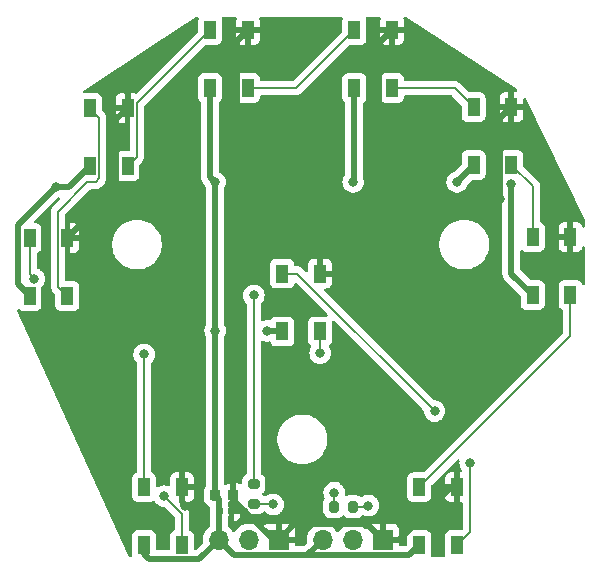
<source format=gtl>
%TF.GenerationSoftware,KiCad,Pcbnew,6.0.4-6f826c9f35~116~ubuntu20.04.1*%
%TF.CreationDate,2022-04-29T21:51:39-06:00*%
%TF.ProjectId,circle-small,63697263-6c65-42d7-936d-616c6c2e6b69,rev?*%
%TF.SameCoordinates,Original*%
%TF.FileFunction,Copper,L1,Top*%
%TF.FilePolarity,Positive*%
%FSLAX46Y46*%
G04 Gerber Fmt 4.6, Leading zero omitted, Abs format (unit mm)*
G04 Created by KiCad (PCBNEW 6.0.4-6f826c9f35~116~ubuntu20.04.1) date 2022-04-29 21:51:39*
%MOMM*%
%LPD*%
G01*
G04 APERTURE LIST*
G04 Aperture macros list*
%AMRoundRect*
0 Rectangle with rounded corners*
0 $1 Rounding radius*
0 $2 $3 $4 $5 $6 $7 $8 $9 X,Y pos of 4 corners*
0 Add a 4 corners polygon primitive as box body*
4,1,4,$2,$3,$4,$5,$6,$7,$8,$9,$2,$3,0*
0 Add four circle primitives for the rounded corners*
1,1,$1+$1,$2,$3*
1,1,$1+$1,$4,$5*
1,1,$1+$1,$6,$7*
1,1,$1+$1,$8,$9*
0 Add four rect primitives between the rounded corners*
20,1,$1+$1,$2,$3,$4,$5,0*
20,1,$1+$1,$4,$5,$6,$7,0*
20,1,$1+$1,$6,$7,$8,$9,0*
20,1,$1+$1,$8,$9,$2,$3,0*%
G04 Aperture macros list end*
%TA.AperFunction,SMDPad,CuDef*%
%ADD10R,1.000000X1.500000*%
%TD*%
%TA.AperFunction,SMDPad,CuDef*%
%ADD11RoundRect,0.200000X-0.200000X-0.275000X0.200000X-0.275000X0.200000X0.275000X-0.200000X0.275000X0*%
%TD*%
%TA.AperFunction,ComponentPad*%
%ADD12R,1.700000X1.700000*%
%TD*%
%TA.AperFunction,ComponentPad*%
%ADD13O,1.700000X1.700000*%
%TD*%
%TA.AperFunction,SMDPad,CuDef*%
%ADD14RoundRect,0.225000X-0.225000X-0.250000X0.225000X-0.250000X0.225000X0.250000X-0.225000X0.250000X0*%
%TD*%
%TA.AperFunction,SMDPad,CuDef*%
%ADD15RoundRect,0.200000X0.275000X-0.200000X0.275000X0.200000X-0.275000X0.200000X-0.275000X-0.200000X0*%
%TD*%
%TA.AperFunction,SMDPad,CuDef*%
%ADD16RoundRect,0.140000X-0.140000X-0.170000X0.140000X-0.170000X0.140000X0.170000X-0.140000X0.170000X0*%
%TD*%
%TA.AperFunction,ViaPad*%
%ADD17C,0.800000*%
%TD*%
%TA.AperFunction,Conductor*%
%ADD18C,0.500000*%
%TD*%
%TA.AperFunction,Conductor*%
%ADD19C,0.200000*%
%TD*%
G04 APERTURE END LIST*
D10*
%TO.P,D1,1,VDD*%
%TO.N,VCC*%
X30000000Y-48350000D03*
%TO.P,D1,2,DOUT*%
%TO.N,Net-(D1-Pad2)*%
X33200000Y-48350000D03*
%TO.P,D1,3,VSS*%
%TO.N,GND*%
X33200000Y-43450000D03*
%TO.P,D1,4,DIN*%
%TO.N,Net-(D1-Pad4)*%
X30000000Y-43450000D03*
%TD*%
%TO.P,D7,1,VDD*%
%TO.N,VCC*%
X63000000Y-69450000D03*
%TO.P,D7,2,DOUT*%
%TO.N,Net-(D7-Pad2)*%
X66200000Y-69450000D03*
%TO.P,D7,3,VSS*%
%TO.N,GND*%
X66200000Y-64550000D03*
%TO.P,D7,4,DIN*%
%TO.N,Net-(D6-Pad2)*%
X63000000Y-64550000D03*
%TD*%
%TO.P,D9,1,VDD*%
%TO.N,VCC*%
X39700000Y-69450000D03*
%TO.P,D9,2,DOUT*%
%TO.N,Net-(D9-Pad2)*%
X42900000Y-69450000D03*
%TO.P,D9,3,VSS*%
%TO.N,GND*%
X42900000Y-64550000D03*
%TO.P,D9,4,DIN*%
%TO.N,Net-(D8-Pad2)*%
X39700000Y-64550000D03*
%TD*%
%TO.P,D8,1,VDD*%
%TO.N,VCC*%
X51400000Y-51350000D03*
%TO.P,D8,2,DOUT*%
%TO.N,Net-(D8-Pad2)*%
X54600000Y-51350000D03*
%TO.P,D8,3,VSS*%
%TO.N,GND*%
X54600000Y-46450000D03*
%TO.P,D8,4,DIN*%
%TO.N,Net-(D7-Pad2)*%
X51400000Y-46450000D03*
%TD*%
%TO.P,D6,1,VDD*%
%TO.N,VCC*%
X72600000Y-48250000D03*
%TO.P,D6,2,DOUT*%
%TO.N,Net-(D6-Pad2)*%
X75800000Y-48250000D03*
%TO.P,D6,3,VSS*%
%TO.N,GND*%
X75800000Y-43350000D03*
%TO.P,D6,4,DIN*%
%TO.N,Net-(D5-Pad2)*%
X72600000Y-43350000D03*
%TD*%
D11*
%TO.P,R2,1*%
%TO.N,Net-(D9-Pad2)*%
X55750000Y-66200000D03*
%TO.P,R2,2*%
%TO.N,/SIG_OUT*%
X57400000Y-66200000D03*
%TD*%
D10*
%TO.P,D2,1,VDD*%
%TO.N,VCC*%
X35100000Y-37350000D03*
%TO.P,D2,2,DOUT*%
%TO.N,Net-(D2-Pad2)*%
X38300000Y-37350000D03*
%TO.P,D2,3,VSS*%
%TO.N,GND*%
X38300000Y-32450000D03*
%TO.P,D2,4,DIN*%
%TO.N,Net-(D1-Pad2)*%
X35100000Y-32450000D03*
%TD*%
D12*
%TO.P,J2,1,Pin_1*%
%TO.N,GND*%
X59900000Y-69000000D03*
D13*
%TO.P,J2,2,Pin_2*%
%TO.N,/SIG_OUT*%
X57360000Y-69000000D03*
%TO.P,J2,3,Pin_3*%
%TO.N,VCC*%
X54820000Y-69000000D03*
%TD*%
D14*
%TO.P,C1,1*%
%TO.N,VCC*%
X45710000Y-65200000D03*
%TO.P,C1,2*%
%TO.N,GND*%
X47260000Y-65200000D03*
%TD*%
D15*
%TO.P,R1,1*%
%TO.N,/SIG_IN*%
X48985000Y-65925000D03*
%TO.P,R1,2*%
%TO.N,Net-(D1-Pad4)*%
X48985000Y-64275000D03*
%TD*%
D10*
%TO.P,D3,1,VDD*%
%TO.N,VCC*%
X45300000Y-30750000D03*
%TO.P,D3,2,DOUT*%
%TO.N,Net-(D3-Pad2)*%
X48500000Y-30750000D03*
%TO.P,D3,3,VSS*%
%TO.N,GND*%
X48500000Y-25850000D03*
%TO.P,D3,4,DIN*%
%TO.N,Net-(D2-Pad2)*%
X45300000Y-25850000D03*
%TD*%
D16*
%TO.P,C2,1*%
%TO.N,VCC*%
X46105000Y-66600000D03*
%TO.P,C2,2*%
%TO.N,GND*%
X47065000Y-66600000D03*
%TD*%
D10*
%TO.P,D4,1,VDD*%
%TO.N,VCC*%
X57500000Y-30750000D03*
%TO.P,D4,2,DOUT*%
%TO.N,Net-(D4-Pad2)*%
X60700000Y-30750000D03*
%TO.P,D4,3,VSS*%
%TO.N,GND*%
X60700000Y-25850000D03*
%TO.P,D4,4,DIN*%
%TO.N,Net-(D3-Pad2)*%
X57500000Y-25850000D03*
%TD*%
D12*
%TO.P,J1,1,Pin_1*%
%TO.N,GND*%
X51100000Y-69000000D03*
D13*
%TO.P,J1,2,Pin_2*%
%TO.N,/SIG_IN*%
X48560000Y-69000000D03*
%TO.P,J1,3,Pin_3*%
%TO.N,VCC*%
X46020000Y-69000000D03*
%TD*%
D10*
%TO.P,D5,1,VDD*%
%TO.N,VCC*%
X67600000Y-37250000D03*
%TO.P,D5,2,DOUT*%
%TO.N,Net-(D5-Pad2)*%
X70800000Y-37250000D03*
%TO.P,D5,3,VSS*%
%TO.N,GND*%
X70800000Y-32350000D03*
%TO.P,D5,4,DIN*%
%TO.N,Net-(D4-Pad2)*%
X67600000Y-32350000D03*
%TD*%
D17*
%TO.N,GND*%
X60700000Y-47100000D03*
X69500000Y-55300000D03*
X64000000Y-27900000D03*
X53900000Y-25700000D03*
X40200000Y-28500000D03*
X64000000Y-61400000D03*
X50500000Y-55000000D03*
X44300000Y-54600000D03*
X44400000Y-67400000D03*
X31200000Y-41800000D03*
X30500000Y-50900000D03*
X41400000Y-67700000D03*
X54500000Y-44700000D03*
X47260000Y-44760000D03*
%TO.N,VCC*%
X50100000Y-51300000D03*
X45710000Y-51290000D03*
%TO.N,/SIG_OUT*%
X58700000Y-66100000D03*
%TO.N,Net-(D9-Pad2)*%
X41400000Y-65300000D03*
X55800000Y-65000000D03*
%TO.N,Net-(D8-Pad2)*%
X54600000Y-53200000D03*
X39700000Y-53300000D03*
%TO.N,Net-(D7-Pad2)*%
X64300000Y-58100000D03*
X67300000Y-62500000D03*
%TO.N,VCC*%
X66200000Y-38700000D03*
X32200978Y-39100000D03*
%TO.N,Net-(D1-Pad4)*%
X49000000Y-48300000D03*
X30400000Y-46900000D03*
%TO.N,/SIG_IN*%
X50625270Y-65999500D03*
%TO.N,GND*%
X43200000Y-66100000D03*
X48123553Y-66668397D03*
%TO.N,VCC*%
X57400000Y-38700000D03*
X70800000Y-38900000D03*
X45700000Y-38700000D03*
%TO.N,GND*%
X37500000Y-39900000D03*
X59600000Y-40100000D03*
X69800000Y-40100000D03*
X47300000Y-40100000D03*
X75800000Y-40200000D03*
%TD*%
D18*
%TO.N,GND*%
X54600000Y-46450000D02*
X54600000Y-44800000D01*
X54600000Y-44800000D02*
X54500000Y-44700000D01*
%TO.N,VCC*%
X51400000Y-51350000D02*
X50150000Y-51350000D01*
X50150000Y-51350000D02*
X50100000Y-51300000D01*
X53399511Y-70299511D02*
X62150489Y-70299511D01*
X47319511Y-70299511D02*
X53399511Y-70299511D01*
X53399511Y-70299511D02*
X53520489Y-70299511D01*
X53520489Y-70299511D02*
X54820000Y-69000000D01*
D19*
%TO.N,/SIG_OUT*%
X57400000Y-66200000D02*
X58600000Y-66200000D01*
X58600000Y-66200000D02*
X58700000Y-66100000D01*
%TO.N,/SIG_IN*%
X50550770Y-65925000D02*
X50625270Y-65999500D01*
%TO.N,Net-(D9-Pad2)*%
X55800000Y-66150000D02*
X55750000Y-66200000D01*
%TO.N,/SIG_IN*%
X48985000Y-65925000D02*
X50550770Y-65925000D01*
%TO.N,Net-(D9-Pad2)*%
X42900000Y-66800000D02*
X41400000Y-65300000D01*
X42900000Y-69450000D02*
X42900000Y-66800000D01*
X55800000Y-65000000D02*
X55800000Y-66150000D01*
%TO.N,Net-(D8-Pad2)*%
X54600000Y-51350000D02*
X54600000Y-53200000D01*
X39700000Y-53300000D02*
X39700000Y-64550000D01*
%TO.N,Net-(D7-Pad2)*%
X64300000Y-58100000D02*
X52650000Y-46450000D01*
X52650000Y-46450000D02*
X51400000Y-46450000D01*
X66200000Y-69450000D02*
X67300000Y-68350000D01*
X67300000Y-68350000D02*
X67300000Y-62500000D01*
%TO.N,Net-(D6-Pad2)*%
X75800000Y-48250000D02*
X75800000Y-51750000D01*
X75800000Y-51750000D02*
X63000000Y-64550000D01*
%TO.N,Net-(D5-Pad2)*%
X70800000Y-37250000D02*
X72600000Y-39050000D01*
X72600000Y-39050000D02*
X72600000Y-43350000D01*
D18*
%TO.N,VCC*%
X67600000Y-37250000D02*
X67600000Y-37300000D01*
X67600000Y-37300000D02*
X66200000Y-38700000D01*
D19*
%TO.N,Net-(D4-Pad2)*%
X60700000Y-30750000D02*
X66000000Y-30750000D01*
X66000000Y-30750000D02*
X67600000Y-32350000D01*
%TO.N,Net-(D3-Pad2)*%
X48500000Y-30750000D02*
X52600000Y-30750000D01*
X52600000Y-30750000D02*
X57500000Y-25850000D01*
%TO.N,Net-(D2-Pad2)*%
X38300000Y-37350000D02*
X39099511Y-36550489D01*
X39099511Y-36550489D02*
X39099511Y-32050489D01*
X39099511Y-32050489D02*
X45300000Y-25850000D01*
%TO.N,Net-(D1-Pad2)*%
X33200000Y-48350000D02*
X32400489Y-47550489D01*
X32400489Y-47550489D02*
X32400489Y-41200489D01*
X32400489Y-41200489D02*
X34900978Y-38700000D01*
X34900978Y-38700000D02*
X35599022Y-38700000D01*
X35599022Y-38700000D02*
X35899511Y-38399511D01*
X35899511Y-38399511D02*
X35899511Y-33249511D01*
X35899511Y-33249511D02*
X35100000Y-32450000D01*
D18*
%TO.N,VCC*%
X32200978Y-39100000D02*
X33350000Y-39100000D01*
X33350000Y-39100000D02*
X35100000Y-37350000D01*
D19*
%TO.N,Net-(D1-Pad4)*%
X48985000Y-64275000D02*
X48985000Y-48315000D01*
X48985000Y-48315000D02*
X49000000Y-48300000D01*
X30000000Y-46500000D02*
X30000000Y-43450000D01*
X30400000Y-46900000D02*
X30000000Y-46500000D01*
D18*
%TO.N,GND*%
X42900000Y-64550000D02*
X42900000Y-65800000D01*
X42900000Y-65800000D02*
X43200000Y-66100000D01*
X59900000Y-69000000D02*
X61250000Y-69000000D01*
X65700000Y-64550000D02*
X66200000Y-64550000D01*
X61250000Y-69000000D02*
X65700000Y-64550000D01*
%TO.N,VCC*%
X46020000Y-69000000D02*
X47319511Y-70299511D01*
X62150489Y-70299511D02*
X63000000Y-69450000D01*
%TO.N,GND*%
X51100000Y-69000000D02*
X52399511Y-67700489D01*
X52399511Y-67700489D02*
X58600489Y-67700489D01*
X58600489Y-67700489D02*
X59900000Y-69000000D01*
%TO.N,VCC*%
X57500000Y-30750000D02*
X57500000Y-38600000D01*
X57500000Y-38600000D02*
X57400000Y-38700000D01*
X70800000Y-38900000D02*
X70800000Y-46450000D01*
X70800000Y-46450000D02*
X72600000Y-48250000D01*
X45300000Y-30750000D02*
X45300000Y-38300000D01*
X45300000Y-38300000D02*
X45700000Y-38700000D01*
X32200978Y-39100000D02*
X29000000Y-42300978D01*
X29000000Y-42300978D02*
X29000000Y-47350000D01*
X29000000Y-47350000D02*
X30000000Y-48350000D01*
X45710000Y-65200000D02*
X45710000Y-38710000D01*
X45710000Y-38710000D02*
X45700000Y-38700000D01*
%TO.N,GND*%
X37500000Y-39900000D02*
X36750000Y-39900000D01*
X36750000Y-39900000D02*
X33200000Y-43450000D01*
X38300000Y-32450000D02*
X37350489Y-33399511D01*
X37350489Y-33399511D02*
X37350489Y-39750489D01*
X37350489Y-39750489D02*
X37500000Y-39900000D01*
X48500000Y-25850000D02*
X47550489Y-26799511D01*
X47550489Y-26799511D02*
X47550489Y-39849511D01*
X47550489Y-39849511D02*
X47300000Y-40100000D01*
X60700000Y-25850000D02*
X59600000Y-26950000D01*
X59600000Y-26950000D02*
X59600000Y-40100000D01*
X69850489Y-33299511D02*
X69850489Y-40050489D01*
X69850489Y-40050489D02*
X69800978Y-40100000D01*
X70800000Y-32350000D02*
X69850489Y-33299511D01*
X69800978Y-40100000D02*
X69800000Y-40100000D01*
X47260000Y-65200000D02*
X47260000Y-40140000D01*
X47260000Y-40140000D02*
X47300000Y-40100000D01*
X75800000Y-40200000D02*
X75800000Y-43350000D01*
%TO.N,VCC*%
X46020000Y-69000000D02*
X44370489Y-70649511D01*
X44370489Y-70649511D02*
X40149511Y-70649511D01*
X40149511Y-70649511D02*
X39700000Y-70200000D01*
X39700000Y-70200000D02*
X39700000Y-69450000D01*
%TO.N,GND*%
X47260000Y-65200000D02*
X47260000Y-66405000D01*
X47260000Y-66405000D02*
X47065000Y-66600000D01*
X51100000Y-69000000D02*
X50666441Y-69000000D01*
X50666441Y-69000000D02*
X47260000Y-65593559D01*
X47260000Y-65593559D02*
X47260000Y-65200000D01*
%TO.N,VCC*%
X46020000Y-69000000D02*
X46020000Y-65510000D01*
X46020000Y-65510000D02*
X45710000Y-65200000D01*
%TD*%
%TA.AperFunction,Conductor*%
%TO.N,GND*%
G36*
X44289989Y-24728502D02*
G01*
X44336482Y-24782158D01*
X44346586Y-24852432D01*
X44339850Y-24878729D01*
X44298255Y-24989684D01*
X44291500Y-25051866D01*
X44291500Y-25945761D01*
X44271498Y-26013882D01*
X44254595Y-26034856D01*
X39098851Y-31190600D01*
X39036539Y-31224626D01*
X38965526Y-31219487D01*
X38917598Y-31201519D01*
X38902357Y-31197895D01*
X38851486Y-31192369D01*
X38844672Y-31192000D01*
X38572115Y-31192000D01*
X38556876Y-31196475D01*
X38555671Y-31197865D01*
X38554000Y-31205548D01*
X38554000Y-31752318D01*
X38544409Y-31800535D01*
X38506673Y-31891638D01*
X38506673Y-31891639D01*
X38504925Y-31904915D01*
X38492177Y-32001745D01*
X38491011Y-32010604D01*
X38491011Y-32010609D01*
X38485761Y-32050489D01*
X38486839Y-32058677D01*
X38489933Y-32082179D01*
X38491011Y-32098625D01*
X38491011Y-35965500D01*
X38471009Y-36033621D01*
X38417353Y-36080114D01*
X38365011Y-36091500D01*
X37751866Y-36091500D01*
X37689684Y-36098255D01*
X37553295Y-36149385D01*
X37436739Y-36236739D01*
X37349385Y-36353295D01*
X37298255Y-36489684D01*
X37291500Y-36551866D01*
X37291500Y-38148134D01*
X37298255Y-38210316D01*
X37349385Y-38346705D01*
X37436739Y-38463261D01*
X37553295Y-38550615D01*
X37689684Y-38601745D01*
X37751866Y-38608500D01*
X38848134Y-38608500D01*
X38910316Y-38601745D01*
X39046705Y-38550615D01*
X39163261Y-38463261D01*
X39250615Y-38346705D01*
X39301745Y-38210316D01*
X39308500Y-38148134D01*
X39308500Y-37254239D01*
X39328502Y-37186118D01*
X39345405Y-37165144D01*
X39495745Y-37014804D01*
X39508136Y-37003937D01*
X39526948Y-36989502D01*
X39533498Y-36984476D01*
X39557985Y-36952564D01*
X39557991Y-36952558D01*
X39611233Y-36883171D01*
X39626006Y-36863919D01*
X39626008Y-36863915D01*
X39631035Y-36857364D01*
X39692349Y-36709339D01*
X39708011Y-36590374D01*
X39708011Y-36590367D01*
X39713261Y-36550489D01*
X39709089Y-36518796D01*
X39708011Y-36502353D01*
X39708011Y-32354728D01*
X39728013Y-32286607D01*
X39744916Y-32265633D01*
X44865144Y-27145405D01*
X44927456Y-27111379D01*
X44954239Y-27108500D01*
X45848134Y-27108500D01*
X45910316Y-27101745D01*
X46046705Y-27050615D01*
X46163261Y-26963261D01*
X46250615Y-26846705D01*
X46301745Y-26710316D01*
X46308500Y-26648134D01*
X46308500Y-26644669D01*
X47492001Y-26644669D01*
X47492371Y-26651490D01*
X47497895Y-26702352D01*
X47501521Y-26717604D01*
X47546676Y-26838054D01*
X47555214Y-26853649D01*
X47631715Y-26955724D01*
X47644276Y-26968285D01*
X47746351Y-27044786D01*
X47761946Y-27053324D01*
X47882394Y-27098478D01*
X47897649Y-27102105D01*
X47948514Y-27107631D01*
X47955328Y-27108000D01*
X48227885Y-27108000D01*
X48243124Y-27103525D01*
X48244329Y-27102135D01*
X48246000Y-27094452D01*
X48246000Y-27089884D01*
X48754000Y-27089884D01*
X48758475Y-27105123D01*
X48759865Y-27106328D01*
X48767548Y-27107999D01*
X49044669Y-27107999D01*
X49051490Y-27107629D01*
X49102352Y-27102105D01*
X49117604Y-27098479D01*
X49238054Y-27053324D01*
X49253649Y-27044786D01*
X49355724Y-26968285D01*
X49368285Y-26955724D01*
X49444786Y-26853649D01*
X49453324Y-26838054D01*
X49498478Y-26717606D01*
X49502105Y-26702351D01*
X49507631Y-26651486D01*
X49508000Y-26644672D01*
X49508000Y-26122115D01*
X49503525Y-26106876D01*
X49502135Y-26105671D01*
X49494452Y-26104000D01*
X48772115Y-26104000D01*
X48756876Y-26108475D01*
X48755671Y-26109865D01*
X48754000Y-26117548D01*
X48754000Y-27089884D01*
X48246000Y-27089884D01*
X48246000Y-26122115D01*
X48241525Y-26106876D01*
X48240135Y-26105671D01*
X48232452Y-26104000D01*
X47510116Y-26104000D01*
X47494877Y-26108475D01*
X47493672Y-26109865D01*
X47492001Y-26117548D01*
X47492001Y-26644669D01*
X46308500Y-26644669D01*
X46308500Y-25051866D01*
X46301745Y-24989684D01*
X46260150Y-24878729D01*
X46254967Y-24807923D01*
X46288888Y-24745554D01*
X46351143Y-24711424D01*
X46378132Y-24708500D01*
X47422402Y-24708500D01*
X47490523Y-24728502D01*
X47537016Y-24782158D01*
X47547120Y-24852432D01*
X47540384Y-24878730D01*
X47501522Y-24982394D01*
X47497895Y-24997649D01*
X47492369Y-25048514D01*
X47492000Y-25055328D01*
X47492000Y-25577885D01*
X47496475Y-25593124D01*
X47497865Y-25594329D01*
X47505548Y-25596000D01*
X49489884Y-25596000D01*
X49505123Y-25591525D01*
X49506328Y-25590135D01*
X49507999Y-25582452D01*
X49507999Y-25055331D01*
X49507629Y-25048510D01*
X49502105Y-24997648D01*
X49498479Y-24982397D01*
X49459616Y-24878730D01*
X49454433Y-24807923D01*
X49488354Y-24745554D01*
X49550609Y-24711424D01*
X49577598Y-24708500D01*
X56421868Y-24708500D01*
X56489989Y-24728502D01*
X56536482Y-24782158D01*
X56546586Y-24852432D01*
X56539850Y-24878729D01*
X56498255Y-24989684D01*
X56491500Y-25051866D01*
X56491500Y-25945761D01*
X56471498Y-26013882D01*
X56454595Y-26034856D01*
X52384856Y-30104595D01*
X52322544Y-30138621D01*
X52295761Y-30141500D01*
X49634500Y-30141500D01*
X49566379Y-30121498D01*
X49519886Y-30067842D01*
X49508500Y-30015500D01*
X49508500Y-29951866D01*
X49501745Y-29889684D01*
X49450615Y-29753295D01*
X49363261Y-29636739D01*
X49246705Y-29549385D01*
X49110316Y-29498255D01*
X49048134Y-29491500D01*
X47951866Y-29491500D01*
X47889684Y-29498255D01*
X47753295Y-29549385D01*
X47636739Y-29636739D01*
X47549385Y-29753295D01*
X47498255Y-29889684D01*
X47491500Y-29951866D01*
X47491500Y-31548134D01*
X47498255Y-31610316D01*
X47549385Y-31746705D01*
X47636739Y-31863261D01*
X47753295Y-31950615D01*
X47889684Y-32001745D01*
X47951866Y-32008500D01*
X49048134Y-32008500D01*
X49110316Y-32001745D01*
X49246705Y-31950615D01*
X49363261Y-31863261D01*
X49450615Y-31746705D01*
X49501745Y-31610316D01*
X49508500Y-31548134D01*
X49508500Y-31484500D01*
X49528502Y-31416379D01*
X49582158Y-31369886D01*
X49634500Y-31358500D01*
X52551864Y-31358500D01*
X52568307Y-31359578D01*
X52600000Y-31363750D01*
X52608189Y-31362672D01*
X52639874Y-31358501D01*
X52639884Y-31358500D01*
X52639885Y-31358500D01*
X52739457Y-31345391D01*
X52750664Y-31343916D01*
X52750666Y-31343915D01*
X52758851Y-31342838D01*
X52906876Y-31281524D01*
X52952291Y-31246676D01*
X53002072Y-31208477D01*
X53002075Y-31208474D01*
X53027437Y-31189013D01*
X53033987Y-31183987D01*
X53053458Y-31158613D01*
X53064316Y-31146233D01*
X57065144Y-27145405D01*
X57127456Y-27111379D01*
X57154239Y-27108500D01*
X58048134Y-27108500D01*
X58110316Y-27101745D01*
X58246705Y-27050615D01*
X58363261Y-26963261D01*
X58450615Y-26846705D01*
X58501745Y-26710316D01*
X58508500Y-26648134D01*
X58508500Y-26644669D01*
X59692001Y-26644669D01*
X59692371Y-26651490D01*
X59697895Y-26702352D01*
X59701521Y-26717604D01*
X59746676Y-26838054D01*
X59755214Y-26853649D01*
X59831715Y-26955724D01*
X59844276Y-26968285D01*
X59946351Y-27044786D01*
X59961946Y-27053324D01*
X60082394Y-27098478D01*
X60097649Y-27102105D01*
X60148514Y-27107631D01*
X60155328Y-27108000D01*
X60427885Y-27108000D01*
X60443124Y-27103525D01*
X60444329Y-27102135D01*
X60446000Y-27094452D01*
X60446000Y-27089884D01*
X60954000Y-27089884D01*
X60958475Y-27105123D01*
X60959865Y-27106328D01*
X60967548Y-27107999D01*
X61244669Y-27107999D01*
X61251490Y-27107629D01*
X61302352Y-27102105D01*
X61317604Y-27098479D01*
X61438054Y-27053324D01*
X61453649Y-27044786D01*
X61555724Y-26968285D01*
X61568285Y-26955724D01*
X61644786Y-26853649D01*
X61653324Y-26838054D01*
X61698478Y-26717606D01*
X61702105Y-26702351D01*
X61707631Y-26651486D01*
X61708000Y-26644672D01*
X61708000Y-26122115D01*
X61703525Y-26106876D01*
X61702135Y-26105671D01*
X61694452Y-26104000D01*
X60972115Y-26104000D01*
X60956876Y-26108475D01*
X60955671Y-26109865D01*
X60954000Y-26117548D01*
X60954000Y-27089884D01*
X60446000Y-27089884D01*
X60446000Y-26122115D01*
X60441525Y-26106876D01*
X60440135Y-26105671D01*
X60432452Y-26104000D01*
X59710116Y-26104000D01*
X59694877Y-26108475D01*
X59693672Y-26109865D01*
X59692001Y-26117548D01*
X59692001Y-26644669D01*
X58508500Y-26644669D01*
X58508500Y-25051866D01*
X58501745Y-24989684D01*
X58460150Y-24878729D01*
X58454967Y-24807923D01*
X58488888Y-24745554D01*
X58551143Y-24711424D01*
X58578132Y-24708500D01*
X59622402Y-24708500D01*
X59690523Y-24728502D01*
X59737016Y-24782158D01*
X59747120Y-24852432D01*
X59740384Y-24878730D01*
X59701522Y-24982394D01*
X59697895Y-24997649D01*
X59692369Y-25048514D01*
X59692000Y-25055328D01*
X59692000Y-25577885D01*
X59696475Y-25593124D01*
X59697865Y-25594329D01*
X59705548Y-25596000D01*
X61689884Y-25596000D01*
X61705123Y-25591525D01*
X61706328Y-25590135D01*
X61707999Y-25582452D01*
X61707999Y-25055331D01*
X61707629Y-25048510D01*
X61702105Y-24997648D01*
X61698479Y-24982397D01*
X61664714Y-24892329D01*
X61659531Y-24821522D01*
X61693452Y-24759153D01*
X61755707Y-24725023D01*
X61826531Y-24729970D01*
X61851401Y-24742479D01*
X71256532Y-30860380D01*
X71302728Y-30914291D01*
X71312444Y-30984620D01*
X71282595Y-31049037D01*
X71222658Y-31087090D01*
X71187827Y-31092000D01*
X71072115Y-31092000D01*
X71056876Y-31096475D01*
X71055671Y-31097865D01*
X71054000Y-31105548D01*
X71054000Y-32077885D01*
X71058475Y-32093124D01*
X71059865Y-32094329D01*
X71067548Y-32096000D01*
X71789884Y-32096000D01*
X71805123Y-32091525D01*
X71806328Y-32090135D01*
X71807999Y-32082452D01*
X71807999Y-31701109D01*
X71828001Y-31632988D01*
X71881657Y-31586495D01*
X71951931Y-31576391D01*
X72016511Y-31605885D01*
X72047314Y-31646011D01*
X77028815Y-41890985D01*
X77041500Y-41946083D01*
X77041500Y-42435603D01*
X77021498Y-42503724D01*
X76967842Y-42550217D01*
X76897568Y-42560321D01*
X76832988Y-42530827D01*
X76797518Y-42479833D01*
X76753324Y-42361946D01*
X76744786Y-42346351D01*
X76668285Y-42244276D01*
X76655724Y-42231715D01*
X76553649Y-42155214D01*
X76538054Y-42146676D01*
X76417606Y-42101522D01*
X76402351Y-42097895D01*
X76351486Y-42092369D01*
X76344672Y-42092000D01*
X76072115Y-42092000D01*
X76056876Y-42096475D01*
X76055671Y-42097865D01*
X76054000Y-42105548D01*
X76054000Y-44589884D01*
X76058475Y-44605123D01*
X76059865Y-44606328D01*
X76067548Y-44607999D01*
X76344669Y-44607999D01*
X76351490Y-44607629D01*
X76402352Y-44602105D01*
X76417604Y-44598479D01*
X76538054Y-44553324D01*
X76553649Y-44544786D01*
X76655724Y-44468285D01*
X76668285Y-44455724D01*
X76744786Y-44353649D01*
X76753324Y-44338054D01*
X76797518Y-44220167D01*
X76840160Y-44163403D01*
X76906721Y-44138703D01*
X76976070Y-44153910D01*
X77026188Y-44204196D01*
X77041500Y-44264397D01*
X77041500Y-47334179D01*
X77021498Y-47402300D01*
X76967842Y-47448793D01*
X76897568Y-47458897D01*
X76832988Y-47429403D01*
X76797518Y-47378408D01*
X76753768Y-47261705D01*
X76753767Y-47261703D01*
X76750615Y-47253295D01*
X76663261Y-47136739D01*
X76546705Y-47049385D01*
X76410316Y-46998255D01*
X76348134Y-46991500D01*
X75251866Y-46991500D01*
X75189684Y-46998255D01*
X75053295Y-47049385D01*
X74936739Y-47136739D01*
X74849385Y-47253295D01*
X74798255Y-47389684D01*
X74791500Y-47451866D01*
X74791500Y-49048134D01*
X74798255Y-49110316D01*
X74849385Y-49246705D01*
X74936739Y-49363261D01*
X75053295Y-49450615D01*
X75061703Y-49453767D01*
X75109730Y-49471772D01*
X75166495Y-49514414D01*
X75191194Y-49580976D01*
X75191500Y-49589754D01*
X75191500Y-51445761D01*
X75171498Y-51513882D01*
X75154595Y-51534856D01*
X63434856Y-63254595D01*
X63372544Y-63288621D01*
X63345761Y-63291500D01*
X62451866Y-63291500D01*
X62389684Y-63298255D01*
X62253295Y-63349385D01*
X62136739Y-63436739D01*
X62049385Y-63553295D01*
X61998255Y-63689684D01*
X61991500Y-63751866D01*
X61991500Y-65348134D01*
X61998255Y-65410316D01*
X62049385Y-65546705D01*
X62136739Y-65663261D01*
X62253295Y-65750615D01*
X62389684Y-65801745D01*
X62451866Y-65808500D01*
X63548134Y-65808500D01*
X63610316Y-65801745D01*
X63746705Y-65750615D01*
X63863261Y-65663261D01*
X63950615Y-65546705D01*
X64001745Y-65410316D01*
X64008500Y-65348134D01*
X64008500Y-65344669D01*
X65192001Y-65344669D01*
X65192371Y-65351490D01*
X65197895Y-65402352D01*
X65201521Y-65417604D01*
X65246676Y-65538054D01*
X65255214Y-65553649D01*
X65331715Y-65655724D01*
X65344276Y-65668285D01*
X65446351Y-65744786D01*
X65461946Y-65753324D01*
X65582394Y-65798478D01*
X65597649Y-65802105D01*
X65648514Y-65807631D01*
X65655328Y-65808000D01*
X65927885Y-65808000D01*
X65943124Y-65803525D01*
X65944329Y-65802135D01*
X65946000Y-65794452D01*
X65946000Y-64822115D01*
X65941525Y-64806876D01*
X65940135Y-64805671D01*
X65932452Y-64804000D01*
X65210116Y-64804000D01*
X65194877Y-64808475D01*
X65193672Y-64809865D01*
X65192001Y-64817548D01*
X65192001Y-65344669D01*
X64008500Y-65344669D01*
X64008500Y-64454239D01*
X64028502Y-64386118D01*
X64045405Y-64365144D01*
X64132664Y-64277885D01*
X65192000Y-64277885D01*
X65196475Y-64293124D01*
X65197865Y-64294329D01*
X65205548Y-64296000D01*
X65927885Y-64296000D01*
X65943124Y-64291525D01*
X65944329Y-64290135D01*
X65946000Y-64282452D01*
X65946000Y-63310116D01*
X65941525Y-63294877D01*
X65940135Y-63293672D01*
X65932452Y-63292001D01*
X65655331Y-63292001D01*
X65648510Y-63292371D01*
X65597648Y-63297895D01*
X65582396Y-63301521D01*
X65461946Y-63346676D01*
X65446351Y-63355214D01*
X65344276Y-63431715D01*
X65331715Y-63444276D01*
X65255214Y-63546351D01*
X65246676Y-63561946D01*
X65201522Y-63682394D01*
X65197895Y-63697649D01*
X65192369Y-63748514D01*
X65192000Y-63755328D01*
X65192000Y-64277885D01*
X64132664Y-64277885D01*
X66190798Y-62219751D01*
X66253110Y-62185725D01*
X66323925Y-62190790D01*
X66380761Y-62233337D01*
X66405572Y-62299857D01*
X66405203Y-62322012D01*
X66386496Y-62500000D01*
X66406458Y-62689928D01*
X66465473Y-62871556D01*
X66560960Y-63036944D01*
X66601251Y-63081691D01*
X66631967Y-63145698D01*
X66623202Y-63216151D01*
X66577739Y-63270682D01*
X66507613Y-63292000D01*
X66472115Y-63292000D01*
X66456876Y-63296475D01*
X66455671Y-63297865D01*
X66454000Y-63305548D01*
X66454000Y-65789884D01*
X66458475Y-65805123D01*
X66459865Y-65806328D01*
X66467548Y-65807999D01*
X66565500Y-65807999D01*
X66633621Y-65828001D01*
X66680114Y-65881657D01*
X66691500Y-65933999D01*
X66691500Y-68045762D01*
X66671498Y-68113883D01*
X66654595Y-68134857D01*
X66634857Y-68154595D01*
X66572545Y-68188621D01*
X66545762Y-68191500D01*
X65651866Y-68191500D01*
X65589684Y-68198255D01*
X65453295Y-68249385D01*
X65336739Y-68336739D01*
X65249385Y-68453295D01*
X65198255Y-68589684D01*
X65191500Y-68651866D01*
X65191500Y-70248134D01*
X65198255Y-70310316D01*
X65201029Y-70317715D01*
X65201029Y-70317716D01*
X65202363Y-70321275D01*
X65202580Y-70324238D01*
X65202856Y-70325400D01*
X65202668Y-70325445D01*
X65207543Y-70392082D01*
X65173620Y-70454450D01*
X65111363Y-70488577D01*
X65084379Y-70491500D01*
X64115621Y-70491500D01*
X64047500Y-70471498D01*
X64001007Y-70417842D01*
X63990903Y-70347568D01*
X63997637Y-70321275D01*
X63998971Y-70317716D01*
X63998971Y-70317715D01*
X64001745Y-70310316D01*
X64008500Y-70248134D01*
X64008500Y-68651866D01*
X64001745Y-68589684D01*
X63950615Y-68453295D01*
X63863261Y-68336739D01*
X63746705Y-68249385D01*
X63610316Y-68198255D01*
X63548134Y-68191500D01*
X62451866Y-68191500D01*
X62389684Y-68198255D01*
X62253295Y-68249385D01*
X62136739Y-68336739D01*
X62049385Y-68453295D01*
X61998255Y-68589684D01*
X61991500Y-68651866D01*
X61991500Y-69333629D01*
X61971498Y-69401750D01*
X61954595Y-69422724D01*
X61873213Y-69504106D01*
X61810901Y-69538132D01*
X61784118Y-69541011D01*
X61384000Y-69541011D01*
X61315879Y-69521009D01*
X61269386Y-69467353D01*
X61258000Y-69415011D01*
X61258000Y-69272115D01*
X61253525Y-69256876D01*
X61252135Y-69255671D01*
X61244452Y-69254000D01*
X59772000Y-69254000D01*
X59703879Y-69233998D01*
X59657386Y-69180342D01*
X59646000Y-69128000D01*
X59646000Y-68727885D01*
X60154000Y-68727885D01*
X60158475Y-68743124D01*
X60159865Y-68744329D01*
X60167548Y-68746000D01*
X61239884Y-68746000D01*
X61255123Y-68741525D01*
X61256328Y-68740135D01*
X61257999Y-68732452D01*
X61257999Y-68105331D01*
X61257629Y-68098510D01*
X61252105Y-68047648D01*
X61248479Y-68032396D01*
X61203324Y-67911946D01*
X61194786Y-67896351D01*
X61118285Y-67794276D01*
X61105724Y-67781715D01*
X61003649Y-67705214D01*
X60988054Y-67696676D01*
X60867606Y-67651522D01*
X60852351Y-67647895D01*
X60801486Y-67642369D01*
X60794672Y-67642000D01*
X60172115Y-67642000D01*
X60156876Y-67646475D01*
X60155671Y-67647865D01*
X60154000Y-67655548D01*
X60154000Y-68727885D01*
X59646000Y-68727885D01*
X59646000Y-67660116D01*
X59641525Y-67644877D01*
X59640135Y-67643672D01*
X59632452Y-67642001D01*
X59005331Y-67642001D01*
X58998510Y-67642371D01*
X58947648Y-67647895D01*
X58932396Y-67651521D01*
X58811946Y-67696676D01*
X58796351Y-67705214D01*
X58694276Y-67781715D01*
X58681715Y-67794276D01*
X58605214Y-67896351D01*
X58596676Y-67911946D01*
X58555297Y-68022322D01*
X58512655Y-68079087D01*
X58446093Y-68103786D01*
X58376744Y-68088578D01*
X58344121Y-68062891D01*
X58293151Y-68006876D01*
X58293145Y-68006870D01*
X58289670Y-68003051D01*
X58285619Y-67999852D01*
X58285615Y-67999848D01*
X58118414Y-67867800D01*
X58118410Y-67867798D01*
X58114359Y-67864598D01*
X57918789Y-67756638D01*
X57913920Y-67754914D01*
X57913916Y-67754912D01*
X57713087Y-67683795D01*
X57713083Y-67683794D01*
X57708212Y-67682069D01*
X57703119Y-67681162D01*
X57703116Y-67681161D01*
X57493373Y-67643800D01*
X57493367Y-67643799D01*
X57488284Y-67642894D01*
X57414452Y-67641992D01*
X57270081Y-67640228D01*
X57270079Y-67640228D01*
X57264911Y-67640165D01*
X57044091Y-67673955D01*
X56831756Y-67743357D01*
X56633607Y-67846507D01*
X56629474Y-67849610D01*
X56629471Y-67849612D01*
X56554765Y-67905703D01*
X56454965Y-67980635D01*
X56300629Y-68142138D01*
X56193201Y-68299621D01*
X56138293Y-68344621D01*
X56067768Y-68352792D01*
X56004021Y-68321538D01*
X55983324Y-68297054D01*
X55902822Y-68172617D01*
X55902820Y-68172614D01*
X55900014Y-68168277D01*
X55749670Y-68003051D01*
X55745619Y-67999852D01*
X55745615Y-67999848D01*
X55578414Y-67867800D01*
X55578410Y-67867798D01*
X55574359Y-67864598D01*
X55378789Y-67756638D01*
X55373920Y-67754914D01*
X55373916Y-67754912D01*
X55173087Y-67683795D01*
X55173083Y-67683794D01*
X55168212Y-67682069D01*
X55163119Y-67681162D01*
X55163116Y-67681161D01*
X54953373Y-67643800D01*
X54953367Y-67643799D01*
X54948284Y-67642894D01*
X54874452Y-67641992D01*
X54730081Y-67640228D01*
X54730079Y-67640228D01*
X54724911Y-67640165D01*
X54504091Y-67673955D01*
X54291756Y-67743357D01*
X54093607Y-67846507D01*
X54089474Y-67849610D01*
X54089471Y-67849612D01*
X54014765Y-67905703D01*
X53914965Y-67980635D01*
X53760629Y-68142138D01*
X53757720Y-68146403D01*
X53757714Y-68146411D01*
X53720456Y-68201029D01*
X53634743Y-68326680D01*
X53620117Y-68358189D01*
X53575971Y-68453295D01*
X53540688Y-68529305D01*
X53480989Y-68744570D01*
X53457251Y-68966695D01*
X53470110Y-69189715D01*
X53471247Y-69194760D01*
X53471966Y-69199877D01*
X53470518Y-69200081D01*
X53466398Y-69264274D01*
X53437119Y-69310200D01*
X53243213Y-69504106D01*
X53180901Y-69538132D01*
X53154118Y-69541011D01*
X52584000Y-69541011D01*
X52515879Y-69521009D01*
X52469386Y-69467353D01*
X52458000Y-69415011D01*
X52458000Y-69272115D01*
X52453525Y-69256876D01*
X52452135Y-69255671D01*
X52444452Y-69254000D01*
X50972000Y-69254000D01*
X50903879Y-69233998D01*
X50857386Y-69180342D01*
X50846000Y-69128000D01*
X50846000Y-68727885D01*
X51354000Y-68727885D01*
X51358475Y-68743124D01*
X51359865Y-68744329D01*
X51367548Y-68746000D01*
X52439884Y-68746000D01*
X52455123Y-68741525D01*
X52456328Y-68740135D01*
X52457999Y-68732452D01*
X52457999Y-68105331D01*
X52457629Y-68098510D01*
X52452105Y-68047648D01*
X52448479Y-68032396D01*
X52403324Y-67911946D01*
X52394786Y-67896351D01*
X52318285Y-67794276D01*
X52305724Y-67781715D01*
X52203649Y-67705214D01*
X52188054Y-67696676D01*
X52067606Y-67651522D01*
X52052351Y-67647895D01*
X52001486Y-67642369D01*
X51994672Y-67642000D01*
X51372115Y-67642000D01*
X51356876Y-67646475D01*
X51355671Y-67647865D01*
X51354000Y-67655548D01*
X51354000Y-68727885D01*
X50846000Y-68727885D01*
X50846000Y-67660116D01*
X50841525Y-67644877D01*
X50840135Y-67643672D01*
X50832452Y-67642001D01*
X50205331Y-67642001D01*
X50198510Y-67642371D01*
X50147648Y-67647895D01*
X50132396Y-67651521D01*
X50011946Y-67696676D01*
X49996351Y-67705214D01*
X49894276Y-67781715D01*
X49881715Y-67794276D01*
X49805214Y-67896351D01*
X49796676Y-67911946D01*
X49755297Y-68022322D01*
X49712655Y-68079087D01*
X49646093Y-68103786D01*
X49576744Y-68088578D01*
X49544121Y-68062891D01*
X49493151Y-68006876D01*
X49493145Y-68006870D01*
X49489670Y-68003051D01*
X49485619Y-67999852D01*
X49485615Y-67999848D01*
X49318414Y-67867800D01*
X49318410Y-67867798D01*
X49314359Y-67864598D01*
X49118789Y-67756638D01*
X49113920Y-67754914D01*
X49113916Y-67754912D01*
X48913087Y-67683795D01*
X48913083Y-67683794D01*
X48908212Y-67682069D01*
X48903119Y-67681162D01*
X48903116Y-67681161D01*
X48693373Y-67643800D01*
X48693367Y-67643799D01*
X48688284Y-67642894D01*
X48614452Y-67641992D01*
X48470081Y-67640228D01*
X48470079Y-67640228D01*
X48464911Y-67640165D01*
X48244091Y-67673955D01*
X48031756Y-67743357D01*
X47833607Y-67846507D01*
X47829474Y-67849610D01*
X47829471Y-67849612D01*
X47754765Y-67905703D01*
X47654965Y-67980635D01*
X47500629Y-68142138D01*
X47393201Y-68299621D01*
X47338293Y-68344621D01*
X47267768Y-68352792D01*
X47204021Y-68321538D01*
X47183324Y-68297054D01*
X47102822Y-68172617D01*
X47102820Y-68172614D01*
X47100014Y-68168277D01*
X46949670Y-68003051D01*
X46945615Y-67999848D01*
X46826407Y-67905703D01*
X46785345Y-67847785D01*
X46778500Y-67806821D01*
X46778500Y-67495181D01*
X46793857Y-67442878D01*
X46791697Y-67441899D01*
X46811000Y-67399309D01*
X46811000Y-67393558D01*
X47319000Y-67393558D01*
X47322973Y-67407089D01*
X47330871Y-67408224D01*
X47456784Y-67371643D01*
X47471220Y-67365396D01*
X47598499Y-67290124D01*
X47610926Y-67280484D01*
X47715484Y-67175926D01*
X47725124Y-67163499D01*
X47800396Y-67036220D01*
X47806643Y-67021784D01*
X47848312Y-66878359D01*
X47849768Y-66870391D01*
X47846948Y-66856969D01*
X47835487Y-66854000D01*
X47337115Y-66854000D01*
X47321876Y-66858475D01*
X47320671Y-66859865D01*
X47319000Y-66867548D01*
X47319000Y-67393558D01*
X46811000Y-67393558D01*
X46811000Y-67121379D01*
X46828546Y-67057240D01*
X46840859Y-67036420D01*
X46840859Y-67036419D01*
X46844894Y-67029597D01*
X46890606Y-66872254D01*
X46891582Y-66859865D01*
X46893307Y-66837940D01*
X46893307Y-66837932D01*
X46893500Y-66835484D01*
X46893500Y-66364516D01*
X46892043Y-66346000D01*
X46891111Y-66334156D01*
X46891110Y-66334151D01*
X46890617Y-66327885D01*
X47319000Y-66327885D01*
X47323475Y-66343124D01*
X47324865Y-66344329D01*
X47332548Y-66346000D01*
X47833424Y-66346000D01*
X47864512Y-66336872D01*
X47897573Y-66315625D01*
X47968570Y-66315625D01*
X48028296Y-66354009D01*
X48053305Y-66398840D01*
X48059528Y-66418699D01*
X48148361Y-66565381D01*
X48269619Y-66686639D01*
X48416301Y-66775472D01*
X48423548Y-66777743D01*
X48423550Y-66777744D01*
X48473199Y-66793303D01*
X48579938Y-66826753D01*
X48653365Y-66833500D01*
X48656263Y-66833500D01*
X48985860Y-66833499D01*
X49316634Y-66833499D01*
X49319492Y-66833236D01*
X49319501Y-66833236D01*
X49355004Y-66829974D01*
X49390062Y-66826753D01*
X49449303Y-66808188D01*
X49546450Y-66777744D01*
X49546452Y-66777743D01*
X49553699Y-66775472D01*
X49700381Y-66686639D01*
X49775451Y-66611569D01*
X49837763Y-66577543D01*
X49908578Y-66582608D01*
X49958178Y-66616351D01*
X50014017Y-66678366D01*
X50025404Y-66686639D01*
X50150799Y-66777744D01*
X50168518Y-66790618D01*
X50174546Y-66793302D01*
X50174548Y-66793303D01*
X50318417Y-66857357D01*
X50342982Y-66868294D01*
X50432101Y-66887237D01*
X50523326Y-66906628D01*
X50523331Y-66906628D01*
X50529783Y-66908000D01*
X50720757Y-66908000D01*
X50727209Y-66906628D01*
X50727214Y-66906628D01*
X50818439Y-66887237D01*
X50907558Y-66868294D01*
X50932123Y-66857357D01*
X51075992Y-66793303D01*
X51075994Y-66793302D01*
X51082022Y-66790618D01*
X51099742Y-66777744D01*
X51225136Y-66686639D01*
X51236523Y-66678366D01*
X51269400Y-66641852D01*
X51359891Y-66541352D01*
X51359892Y-66541351D01*
X51364310Y-66536444D01*
X51444278Y-66397936D01*
X51456493Y-66376779D01*
X51456494Y-66376778D01*
X51459797Y-66371056D01*
X51518812Y-66189428D01*
X51520012Y-66178016D01*
X51538084Y-66006065D01*
X51538774Y-65999500D01*
X51528715Y-65903794D01*
X51524991Y-65868365D01*
X54841500Y-65868365D01*
X54841501Y-66531634D01*
X54841764Y-66534492D01*
X54841764Y-66534501D01*
X54844004Y-66558880D01*
X54848247Y-66605062D01*
X54850246Y-66611440D01*
X54850246Y-66611441D01*
X54875046Y-66690576D01*
X54899528Y-66768699D01*
X54988361Y-66915381D01*
X55109619Y-67036639D01*
X55256301Y-67125472D01*
X55263548Y-67127743D01*
X55263550Y-67127744D01*
X55308604Y-67141863D01*
X55419938Y-67176753D01*
X55493365Y-67183500D01*
X55496263Y-67183500D01*
X55750665Y-67183499D01*
X56006634Y-67183499D01*
X56009492Y-67183236D01*
X56009501Y-67183236D01*
X56045004Y-67179974D01*
X56080062Y-67176753D01*
X56086447Y-67174752D01*
X56236450Y-67127744D01*
X56236452Y-67127743D01*
X56243699Y-67125472D01*
X56390381Y-67036639D01*
X56485905Y-66941115D01*
X56548217Y-66907089D01*
X56619032Y-66912154D01*
X56664095Y-66941115D01*
X56759619Y-67036639D01*
X56906301Y-67125472D01*
X56913548Y-67127743D01*
X56913550Y-67127744D01*
X56958604Y-67141863D01*
X57069938Y-67176753D01*
X57143365Y-67183500D01*
X57146263Y-67183500D01*
X57400665Y-67183499D01*
X57656634Y-67183499D01*
X57659492Y-67183236D01*
X57659501Y-67183236D01*
X57695004Y-67179974D01*
X57730062Y-67176753D01*
X57736447Y-67174752D01*
X57886450Y-67127744D01*
X57886452Y-67127743D01*
X57893699Y-67125472D01*
X58040381Y-67036639D01*
X58142334Y-66934686D01*
X58204646Y-66900660D01*
X58275461Y-66905725D01*
X58282677Y-66908674D01*
X58411677Y-66966108D01*
X58411685Y-66966111D01*
X58417712Y-66968794D01*
X58511113Y-66988647D01*
X58598056Y-67007128D01*
X58598061Y-67007128D01*
X58604513Y-67008500D01*
X58795487Y-67008500D01*
X58801939Y-67007128D01*
X58801944Y-67007128D01*
X58888887Y-66988647D01*
X58982288Y-66968794D01*
X58988321Y-66966108D01*
X59150722Y-66893803D01*
X59150724Y-66893802D01*
X59156752Y-66891118D01*
X59188167Y-66868294D01*
X59215911Y-66848136D01*
X59311253Y-66778866D01*
X59317852Y-66771537D01*
X59434621Y-66641852D01*
X59434622Y-66641851D01*
X59439040Y-66636944D01*
X59522074Y-66493125D01*
X59531223Y-66477279D01*
X59531224Y-66477278D01*
X59534527Y-66471556D01*
X59593542Y-66289928D01*
X59599153Y-66236548D01*
X59612814Y-66106565D01*
X59613504Y-66100000D01*
X59601181Y-65982749D01*
X59594232Y-65916635D01*
X59594232Y-65916633D01*
X59593542Y-65910072D01*
X59534527Y-65728444D01*
X59439040Y-65563056D01*
X59381123Y-65498732D01*
X59315675Y-65426045D01*
X59315674Y-65426044D01*
X59311253Y-65421134D01*
X59156752Y-65308882D01*
X59150724Y-65306198D01*
X59150722Y-65306197D01*
X58988319Y-65233891D01*
X58988318Y-65233891D01*
X58982288Y-65231206D01*
X58874910Y-65208382D01*
X58801944Y-65192872D01*
X58801939Y-65192872D01*
X58795487Y-65191500D01*
X58604513Y-65191500D01*
X58598061Y-65192872D01*
X58598056Y-65192872D01*
X58525090Y-65208382D01*
X58417712Y-65231206D01*
X58411682Y-65233891D01*
X58411681Y-65233891D01*
X58249278Y-65306197D01*
X58249276Y-65306198D01*
X58243248Y-65308882D01*
X58237907Y-65312762D01*
X58237906Y-65312763D01*
X58177853Y-65356394D01*
X58110985Y-65380253D01*
X58038521Y-65362234D01*
X57900197Y-65278463D01*
X57900195Y-65278462D01*
X57893699Y-65274528D01*
X57886452Y-65272257D01*
X57886450Y-65272256D01*
X57820164Y-65251483D01*
X57730062Y-65223247D01*
X57656635Y-65216500D01*
X57653737Y-65216500D01*
X57399335Y-65216501D01*
X57143366Y-65216501D01*
X57140508Y-65216764D01*
X57140499Y-65216764D01*
X57104996Y-65220026D01*
X57069938Y-65223247D01*
X57063560Y-65225246D01*
X57063559Y-65225246D01*
X56913550Y-65272256D01*
X56913548Y-65272257D01*
X56906301Y-65274528D01*
X56899801Y-65278464D01*
X56899802Y-65278464D01*
X56886696Y-65286401D01*
X56818067Y-65304581D01*
X56750503Y-65282771D01*
X56705456Y-65227896D01*
X56696114Y-65165456D01*
X56712814Y-65006565D01*
X56713504Y-65000000D01*
X56693542Y-64810072D01*
X56634527Y-64628444D01*
X56617181Y-64598399D01*
X56565498Y-64508882D01*
X56539040Y-64463056D01*
X56532030Y-64455270D01*
X56415675Y-64326045D01*
X56415674Y-64326044D01*
X56411253Y-64321134D01*
X56312157Y-64249136D01*
X56262094Y-64212763D01*
X56262093Y-64212762D01*
X56256752Y-64208882D01*
X56250724Y-64206198D01*
X56250722Y-64206197D01*
X56088319Y-64133891D01*
X56088318Y-64133891D01*
X56082288Y-64131206D01*
X55988888Y-64111353D01*
X55901944Y-64092872D01*
X55901939Y-64092872D01*
X55895487Y-64091500D01*
X55704513Y-64091500D01*
X55698061Y-64092872D01*
X55698056Y-64092872D01*
X55611112Y-64111353D01*
X55517712Y-64131206D01*
X55511682Y-64133891D01*
X55511681Y-64133891D01*
X55349278Y-64206197D01*
X55349276Y-64206198D01*
X55343248Y-64208882D01*
X55337907Y-64212762D01*
X55337906Y-64212763D01*
X55287843Y-64249136D01*
X55188747Y-64321134D01*
X55184326Y-64326044D01*
X55184325Y-64326045D01*
X55067971Y-64455270D01*
X55060960Y-64463056D01*
X55034502Y-64508882D01*
X54982820Y-64598399D01*
X54965473Y-64628444D01*
X54906458Y-64810072D01*
X54886496Y-65000000D01*
X54887186Y-65006565D01*
X54905483Y-65180648D01*
X54906458Y-65189928D01*
X54965473Y-65371556D01*
X54968773Y-65377271D01*
X54972803Y-65384252D01*
X54989542Y-65453246D01*
X54971461Y-65512524D01*
X54899528Y-65631301D01*
X54848247Y-65794938D01*
X54841500Y-65868365D01*
X51524991Y-65868365D01*
X51519502Y-65816135D01*
X51519502Y-65816133D01*
X51518812Y-65809572D01*
X51459797Y-65627944D01*
X51440294Y-65594163D01*
X51416903Y-65553649D01*
X51364310Y-65462556D01*
X51331436Y-65426045D01*
X51240945Y-65325545D01*
X51240944Y-65325544D01*
X51236523Y-65320634D01*
X51117132Y-65233891D01*
X51087364Y-65212263D01*
X51087363Y-65212262D01*
X51082022Y-65208382D01*
X51075994Y-65205698D01*
X51075992Y-65205697D01*
X50913589Y-65133391D01*
X50913588Y-65133391D01*
X50907558Y-65130706D01*
X50810483Y-65110072D01*
X50727214Y-65092372D01*
X50727209Y-65092372D01*
X50720757Y-65091000D01*
X50529783Y-65091000D01*
X50523331Y-65092372D01*
X50523326Y-65092372D01*
X50440057Y-65110072D01*
X50342982Y-65130706D01*
X50336952Y-65133391D01*
X50336951Y-65133391D01*
X50174548Y-65205697D01*
X50174546Y-65205698D01*
X50168518Y-65208382D01*
X50163177Y-65212262D01*
X50163176Y-65212263D01*
X50052828Y-65292436D01*
X49985960Y-65316294D01*
X49978767Y-65316500D01*
X49905710Y-65316500D01*
X49837589Y-65296498D01*
X49816615Y-65279595D01*
X49726115Y-65189095D01*
X49692089Y-65126783D01*
X49697154Y-65055968D01*
X49726115Y-65010905D01*
X49821639Y-64915381D01*
X49910472Y-64768699D01*
X49922493Y-64730342D01*
X49959752Y-64611446D01*
X49961753Y-64605062D01*
X49968500Y-64531635D01*
X49968499Y-64018366D01*
X49968234Y-64015474D01*
X49962364Y-63951592D01*
X49961753Y-63944938D01*
X49910472Y-63781301D01*
X49821639Y-63634619D01*
X49700381Y-63513361D01*
X49654228Y-63485410D01*
X49606323Y-63433015D01*
X49593500Y-63377635D01*
X49593500Y-60632703D01*
X50990743Y-60632703D01*
X51028268Y-60917734D01*
X51104129Y-61195036D01*
X51105813Y-61198984D01*
X51189323Y-61394768D01*
X51216923Y-61459476D01*
X51364561Y-61706161D01*
X51544313Y-61930528D01*
X51752851Y-62128423D01*
X51986317Y-62296186D01*
X51990112Y-62298195D01*
X51990113Y-62298196D01*
X52011869Y-62309715D01*
X52240392Y-62430712D01*
X52510373Y-62529511D01*
X52791264Y-62590755D01*
X52819841Y-62593004D01*
X53014282Y-62608307D01*
X53014291Y-62608307D01*
X53016739Y-62608500D01*
X53172271Y-62608500D01*
X53174407Y-62608354D01*
X53174418Y-62608354D01*
X53382548Y-62594165D01*
X53382554Y-62594164D01*
X53386825Y-62593873D01*
X53391020Y-62593004D01*
X53391022Y-62593004D01*
X53527583Y-62564724D01*
X53668342Y-62535574D01*
X53939343Y-62439607D01*
X54194812Y-62307750D01*
X54198313Y-62305289D01*
X54198317Y-62305287D01*
X54368436Y-62185725D01*
X54430023Y-62142441D01*
X54640622Y-61946740D01*
X54822713Y-61724268D01*
X54972927Y-61479142D01*
X55088483Y-61215898D01*
X55167244Y-60939406D01*
X55207751Y-60654784D01*
X55207845Y-60636951D01*
X55209235Y-60371583D01*
X55209235Y-60371576D01*
X55209257Y-60367297D01*
X55171732Y-60082266D01*
X55095871Y-59804964D01*
X54983077Y-59540524D01*
X54835439Y-59293839D01*
X54655687Y-59069472D01*
X54532289Y-58952372D01*
X54450258Y-58874527D01*
X54450255Y-58874525D01*
X54447149Y-58871577D01*
X54213683Y-58703814D01*
X54191843Y-58692250D01*
X54096657Y-58641852D01*
X53959608Y-58569288D01*
X53689627Y-58470489D01*
X53408736Y-58409245D01*
X53377685Y-58406801D01*
X53185718Y-58391693D01*
X53185709Y-58391693D01*
X53183261Y-58391500D01*
X53027729Y-58391500D01*
X53025593Y-58391646D01*
X53025582Y-58391646D01*
X52817452Y-58405835D01*
X52817446Y-58405836D01*
X52813175Y-58406127D01*
X52808980Y-58406996D01*
X52808978Y-58406996D01*
X52672417Y-58435276D01*
X52531658Y-58464426D01*
X52260657Y-58560393D01*
X52005188Y-58692250D01*
X52001687Y-58694711D01*
X52001683Y-58694713D01*
X51887583Y-58774904D01*
X51769977Y-58857559D01*
X51559378Y-59053260D01*
X51377287Y-59275732D01*
X51227073Y-59520858D01*
X51111517Y-59784102D01*
X51032756Y-60060594D01*
X50992249Y-60345216D01*
X50992227Y-60349505D01*
X50992226Y-60349512D01*
X50990765Y-60628417D01*
X50990743Y-60632703D01*
X49593500Y-60632703D01*
X49593500Y-52262992D01*
X49613502Y-52194871D01*
X49667158Y-52148378D01*
X49737432Y-52138274D01*
X49770748Y-52147885D01*
X49811677Y-52166108D01*
X49811685Y-52166111D01*
X49817712Y-52168794D01*
X49911112Y-52188647D01*
X49998056Y-52207128D01*
X49998061Y-52207128D01*
X50004513Y-52208500D01*
X50195487Y-52208500D01*
X50201939Y-52207128D01*
X50201944Y-52207128D01*
X50276557Y-52191268D01*
X50347348Y-52196670D01*
X50403980Y-52239487D01*
X50420736Y-52270285D01*
X50449385Y-52346705D01*
X50536739Y-52463261D01*
X50653295Y-52550615D01*
X50789684Y-52601745D01*
X50851866Y-52608500D01*
X51948134Y-52608500D01*
X52010316Y-52601745D01*
X52146705Y-52550615D01*
X52263261Y-52463261D01*
X52350615Y-52346705D01*
X52401745Y-52210316D01*
X52408500Y-52148134D01*
X52408500Y-50551866D01*
X52401745Y-50489684D01*
X52350615Y-50353295D01*
X52263261Y-50236739D01*
X52146705Y-50149385D01*
X52010316Y-50098255D01*
X51948134Y-50091500D01*
X50851866Y-50091500D01*
X50789684Y-50098255D01*
X50653295Y-50149385D01*
X50536739Y-50236739D01*
X50531358Y-50243919D01*
X50454767Y-50346113D01*
X50454765Y-50346116D01*
X50449385Y-50353295D01*
X50448352Y-50356050D01*
X50400243Y-50404053D01*
X50330853Y-50419067D01*
X50313784Y-50416645D01*
X50201944Y-50392872D01*
X50201939Y-50392872D01*
X50195487Y-50391500D01*
X50004513Y-50391500D01*
X49998061Y-50392872D01*
X49998056Y-50392872D01*
X49919077Y-50409660D01*
X49817712Y-50431206D01*
X49811685Y-50433889D01*
X49811677Y-50433892D01*
X49770748Y-50452115D01*
X49700381Y-50461549D01*
X49636084Y-50431442D01*
X49598271Y-50371353D01*
X49593500Y-50337008D01*
X49593500Y-49046949D01*
X49613502Y-48978828D01*
X49625864Y-48962639D01*
X49734621Y-48841852D01*
X49734622Y-48841851D01*
X49739040Y-48836944D01*
X49834527Y-48671556D01*
X49893542Y-48489928D01*
X49913504Y-48300000D01*
X49893542Y-48110072D01*
X49834527Y-47928444D01*
X49739040Y-47763056D01*
X49712096Y-47733131D01*
X49615675Y-47626045D01*
X49615674Y-47626044D01*
X49611253Y-47621134D01*
X49456752Y-47508882D01*
X49450724Y-47506198D01*
X49450722Y-47506197D01*
X49288319Y-47433891D01*
X49288318Y-47433891D01*
X49282288Y-47431206D01*
X49188887Y-47411353D01*
X49101944Y-47392872D01*
X49101939Y-47392872D01*
X49095487Y-47391500D01*
X48904513Y-47391500D01*
X48898061Y-47392872D01*
X48898056Y-47392872D01*
X48811113Y-47411353D01*
X48717712Y-47431206D01*
X48711682Y-47433891D01*
X48711681Y-47433891D01*
X48549278Y-47506197D01*
X48549276Y-47506198D01*
X48543248Y-47508882D01*
X48388747Y-47621134D01*
X48384326Y-47626044D01*
X48384325Y-47626045D01*
X48287905Y-47733131D01*
X48260960Y-47763056D01*
X48165473Y-47928444D01*
X48106458Y-48110072D01*
X48086496Y-48300000D01*
X48106458Y-48489928D01*
X48165473Y-48671556D01*
X48260960Y-48836944D01*
X48265378Y-48841851D01*
X48265379Y-48841852D01*
X48344136Y-48929320D01*
X48374853Y-48993328D01*
X48376500Y-49013631D01*
X48376500Y-63377635D01*
X48356498Y-63445756D01*
X48315772Y-63485410D01*
X48269619Y-63513361D01*
X48148361Y-63634619D01*
X48059528Y-63781301D01*
X48008247Y-63944938D01*
X48001500Y-64018365D01*
X48001500Y-64181597D01*
X47981498Y-64249718D01*
X47927842Y-64296211D01*
X47857568Y-64306315D01*
X47809382Y-64288856D01*
X47803117Y-64284994D01*
X47789939Y-64278849D01*
X47641186Y-64229509D01*
X47627810Y-64226642D01*
X47536903Y-64217328D01*
X47531874Y-64217071D01*
X47516876Y-64221475D01*
X47515671Y-64222865D01*
X47514000Y-64230548D01*
X47514000Y-66097000D01*
X47493998Y-66165121D01*
X47440342Y-66211614D01*
X47388000Y-66223000D01*
X47337115Y-66223000D01*
X47321876Y-66227475D01*
X47320671Y-66228865D01*
X47319000Y-66236548D01*
X47319000Y-66327885D01*
X46890617Y-66327885D01*
X46890606Y-66327746D01*
X46844894Y-66170403D01*
X46828546Y-66142760D01*
X46811000Y-66078621D01*
X46811000Y-65868000D01*
X46831002Y-65799879D01*
X46884658Y-65753386D01*
X46937000Y-65742000D01*
X46987885Y-65742000D01*
X47003124Y-65737525D01*
X47004329Y-65736135D01*
X47006000Y-65728452D01*
X47006000Y-64235115D01*
X47001525Y-64219876D01*
X47000135Y-64218671D01*
X46992452Y-64217000D01*
X46989562Y-64217000D01*
X46983047Y-64217337D01*
X46890943Y-64226894D01*
X46877544Y-64229788D01*
X46728893Y-64279381D01*
X46715715Y-64285555D01*
X46660803Y-64319535D01*
X46592351Y-64338373D01*
X46524582Y-64317212D01*
X46479010Y-64262771D01*
X46468500Y-64212391D01*
X46468500Y-51826999D01*
X46485381Y-51763999D01*
X46541223Y-51667279D01*
X46541224Y-51667278D01*
X46544527Y-51661556D01*
X46603542Y-51479928D01*
X46623504Y-51290000D01*
X46603542Y-51100072D01*
X46544527Y-50918444D01*
X46485381Y-50816000D01*
X46468500Y-50753001D01*
X46468500Y-47248134D01*
X50391500Y-47248134D01*
X50398255Y-47310316D01*
X50449385Y-47446705D01*
X50536739Y-47563261D01*
X50653295Y-47650615D01*
X50789684Y-47701745D01*
X50851866Y-47708500D01*
X51948134Y-47708500D01*
X52010316Y-47701745D01*
X52146705Y-47650615D01*
X52263261Y-47563261D01*
X52350615Y-47446705D01*
X52356426Y-47431206D01*
X52400676Y-47313168D01*
X52443317Y-47256403D01*
X52509879Y-47231703D01*
X52579228Y-47246910D01*
X52607753Y-47268302D01*
X55215856Y-49876405D01*
X55249882Y-49938717D01*
X55244817Y-50009532D01*
X55202270Y-50066368D01*
X55135750Y-50091179D01*
X55126761Y-50091500D01*
X54051866Y-50091500D01*
X53989684Y-50098255D01*
X53853295Y-50149385D01*
X53736739Y-50236739D01*
X53649385Y-50353295D01*
X53598255Y-50489684D01*
X53591500Y-50551866D01*
X53591500Y-52148134D01*
X53598255Y-52210316D01*
X53649385Y-52346705D01*
X53736739Y-52463261D01*
X53802790Y-52512763D01*
X53814518Y-52521553D01*
X53857033Y-52578412D01*
X53862059Y-52649231D01*
X53848072Y-52685378D01*
X53765473Y-52828444D01*
X53706458Y-53010072D01*
X53705768Y-53016633D01*
X53705768Y-53016635D01*
X53695948Y-53110072D01*
X53686496Y-53200000D01*
X53706458Y-53389928D01*
X53765473Y-53571556D01*
X53860960Y-53736944D01*
X53988747Y-53878866D01*
X54081121Y-53945980D01*
X54126385Y-53978866D01*
X54143248Y-53991118D01*
X54149276Y-53993802D01*
X54149278Y-53993803D01*
X54231230Y-54030290D01*
X54317712Y-54068794D01*
X54411113Y-54088647D01*
X54498056Y-54107128D01*
X54498061Y-54107128D01*
X54504513Y-54108500D01*
X54695487Y-54108500D01*
X54701939Y-54107128D01*
X54701944Y-54107128D01*
X54788887Y-54088647D01*
X54882288Y-54068794D01*
X54968770Y-54030290D01*
X55050722Y-53993803D01*
X55050724Y-53993802D01*
X55056752Y-53991118D01*
X55073616Y-53978866D01*
X55118879Y-53945980D01*
X55211253Y-53878866D01*
X55339040Y-53736944D01*
X55434527Y-53571556D01*
X55493542Y-53389928D01*
X55513504Y-53200000D01*
X55504052Y-53110072D01*
X55494232Y-53016635D01*
X55494232Y-53016633D01*
X55493542Y-53010072D01*
X55434527Y-52828444D01*
X55351928Y-52685378D01*
X55335190Y-52616384D01*
X55358410Y-52549292D01*
X55385482Y-52521553D01*
X55397211Y-52512763D01*
X55463261Y-52463261D01*
X55550615Y-52346705D01*
X55601745Y-52210316D01*
X55608500Y-52148134D01*
X55608500Y-50573239D01*
X55628502Y-50505118D01*
X55682158Y-50458625D01*
X55752432Y-50448521D01*
X55817012Y-50478015D01*
X55823595Y-50484144D01*
X63350281Y-58010830D01*
X63384307Y-58073142D01*
X63386841Y-58096716D01*
X63386496Y-58100000D01*
X63406458Y-58289928D01*
X63465473Y-58471556D01*
X63560960Y-58636944D01*
X63688747Y-58778866D01*
X63787843Y-58850864D01*
X63820413Y-58874527D01*
X63843248Y-58891118D01*
X63849276Y-58893802D01*
X63849278Y-58893803D01*
X64011681Y-58966109D01*
X64017712Y-58968794D01*
X64111113Y-58988647D01*
X64198056Y-59007128D01*
X64198061Y-59007128D01*
X64204513Y-59008500D01*
X64395487Y-59008500D01*
X64401939Y-59007128D01*
X64401944Y-59007128D01*
X64488887Y-58988647D01*
X64582288Y-58968794D01*
X64588319Y-58966109D01*
X64750722Y-58893803D01*
X64750724Y-58893802D01*
X64756752Y-58891118D01*
X64779588Y-58874527D01*
X64812157Y-58850864D01*
X64911253Y-58778866D01*
X65039040Y-58636944D01*
X65134527Y-58471556D01*
X65193542Y-58289928D01*
X65213504Y-58100000D01*
X65193542Y-57910072D01*
X65134527Y-57728444D01*
X65039040Y-57563056D01*
X64911253Y-57421134D01*
X64756752Y-57308882D01*
X64750724Y-57306198D01*
X64750722Y-57306197D01*
X64588319Y-57233891D01*
X64588318Y-57233891D01*
X64582288Y-57231206D01*
X64488887Y-57211353D01*
X64401944Y-57192872D01*
X64401939Y-57192872D01*
X64395487Y-57191500D01*
X64304239Y-57191500D01*
X64236118Y-57171498D01*
X64215144Y-57154595D01*
X54983643Y-47923094D01*
X54949617Y-47860782D01*
X54954682Y-47789967D01*
X54997229Y-47733131D01*
X55063749Y-47708320D01*
X55072738Y-47707999D01*
X55144669Y-47707999D01*
X55151490Y-47707629D01*
X55202352Y-47702105D01*
X55217604Y-47698479D01*
X55338054Y-47653324D01*
X55353649Y-47644786D01*
X55455724Y-47568285D01*
X55468285Y-47555724D01*
X55544786Y-47453649D01*
X55553324Y-47438054D01*
X55598478Y-47317606D01*
X55602105Y-47302351D01*
X55607631Y-47251486D01*
X55608000Y-47244672D01*
X55608000Y-46722115D01*
X55603525Y-46706876D01*
X55602135Y-46705671D01*
X55594452Y-46704000D01*
X54472000Y-46704000D01*
X54403879Y-46683998D01*
X54357386Y-46630342D01*
X54346000Y-46578000D01*
X54346000Y-46177885D01*
X54854000Y-46177885D01*
X54858475Y-46193124D01*
X54859865Y-46194329D01*
X54867548Y-46196000D01*
X55589884Y-46196000D01*
X55605123Y-46191525D01*
X55606328Y-46190135D01*
X55607999Y-46182452D01*
X55607999Y-45655331D01*
X55607629Y-45648510D01*
X55602105Y-45597648D01*
X55598479Y-45582396D01*
X55553324Y-45461946D01*
X55544786Y-45446351D01*
X55468285Y-45344276D01*
X55455724Y-45331715D01*
X55353649Y-45255214D01*
X55338054Y-45246676D01*
X55217606Y-45201522D01*
X55202351Y-45197895D01*
X55151486Y-45192369D01*
X55144672Y-45192000D01*
X54872115Y-45192000D01*
X54856876Y-45196475D01*
X54855671Y-45197865D01*
X54854000Y-45205548D01*
X54854000Y-46177885D01*
X54346000Y-46177885D01*
X54346000Y-45210116D01*
X54341525Y-45194877D01*
X54340135Y-45193672D01*
X54332452Y-45192001D01*
X54055331Y-45192001D01*
X54048510Y-45192371D01*
X53997648Y-45197895D01*
X53982396Y-45201521D01*
X53861946Y-45246676D01*
X53846351Y-45255214D01*
X53744276Y-45331715D01*
X53731715Y-45344276D01*
X53655214Y-45446351D01*
X53646676Y-45461946D01*
X53601522Y-45582394D01*
X53597895Y-45597649D01*
X53592369Y-45648514D01*
X53592000Y-45655328D01*
X53592001Y-46227262D01*
X53571999Y-46295383D01*
X53518343Y-46341876D01*
X53448070Y-46351980D01*
X53383489Y-46322487D01*
X53376906Y-46316357D01*
X53114315Y-46053766D01*
X53103448Y-46041375D01*
X53089013Y-46022563D01*
X53083987Y-46016013D01*
X53052075Y-45991526D01*
X53052072Y-45991523D01*
X52986279Y-45941038D01*
X52963429Y-45923504D01*
X52963427Y-45923503D01*
X52956876Y-45918476D01*
X52808851Y-45857162D01*
X52800664Y-45856084D01*
X52800663Y-45856084D01*
X52789458Y-45854609D01*
X52758262Y-45850502D01*
X52689885Y-45841500D01*
X52689882Y-45841500D01*
X52689874Y-45841499D01*
X52658189Y-45837328D01*
X52650000Y-45836250D01*
X52618307Y-45840422D01*
X52601864Y-45841500D01*
X52534500Y-45841500D01*
X52466379Y-45821498D01*
X52419886Y-45767842D01*
X52408500Y-45715500D01*
X52408500Y-45651866D01*
X52401745Y-45589684D01*
X52350615Y-45453295D01*
X52263261Y-45336739D01*
X52146705Y-45249385D01*
X52010316Y-45198255D01*
X51948134Y-45191500D01*
X50851866Y-45191500D01*
X50789684Y-45198255D01*
X50653295Y-45249385D01*
X50536739Y-45336739D01*
X50449385Y-45453295D01*
X50398255Y-45589684D01*
X50391500Y-45651866D01*
X50391500Y-47248134D01*
X46468500Y-47248134D01*
X46468500Y-44132703D01*
X64690743Y-44132703D01*
X64691302Y-44136947D01*
X64691302Y-44136951D01*
X64693084Y-44150488D01*
X64728268Y-44417734D01*
X64729401Y-44421874D01*
X64729401Y-44421876D01*
X64738969Y-44456851D01*
X64804129Y-44695036D01*
X64916923Y-44959476D01*
X64928693Y-44979142D01*
X65061785Y-45201522D01*
X65064561Y-45206161D01*
X65244313Y-45430528D01*
X65277165Y-45461703D01*
X65412029Y-45589684D01*
X65452851Y-45628423D01*
X65686317Y-45796186D01*
X65690112Y-45798195D01*
X65690113Y-45798196D01*
X65711869Y-45809715D01*
X65940392Y-45930712D01*
X65964699Y-45939607D01*
X66191387Y-46022563D01*
X66210373Y-46029511D01*
X66491264Y-46090755D01*
X66519841Y-46093004D01*
X66714282Y-46108307D01*
X66714291Y-46108307D01*
X66716739Y-46108500D01*
X66872271Y-46108500D01*
X66874407Y-46108354D01*
X66874418Y-46108354D01*
X67082548Y-46094165D01*
X67082554Y-46094164D01*
X67086825Y-46093873D01*
X67091020Y-46093004D01*
X67091022Y-46093004D01*
X67227584Y-46064723D01*
X67368342Y-46035574D01*
X67639343Y-45939607D01*
X67894812Y-45807750D01*
X67898313Y-45805289D01*
X67898317Y-45805287D01*
X68012418Y-45725095D01*
X68130023Y-45642441D01*
X68208403Y-45569606D01*
X68337479Y-45449661D01*
X68337481Y-45449658D01*
X68340622Y-45446740D01*
X68522713Y-45224268D01*
X68672927Y-44979142D01*
X68756063Y-44789754D01*
X68786757Y-44719830D01*
X68788483Y-44715898D01*
X68790839Y-44707629D01*
X68837226Y-44544786D01*
X68867244Y-44439406D01*
X68907751Y-44154784D01*
X68907836Y-44138703D01*
X68909235Y-43871583D01*
X68909235Y-43871576D01*
X68909257Y-43867297D01*
X68871732Y-43582266D01*
X68795871Y-43304964D01*
X68683077Y-43040524D01*
X68535439Y-42793839D01*
X68355687Y-42569472D01*
X68147149Y-42371577D01*
X67913683Y-42203814D01*
X67891843Y-42192250D01*
X67852649Y-42171498D01*
X67659608Y-42069288D01*
X67423782Y-41982988D01*
X67393658Y-41971964D01*
X67393656Y-41971963D01*
X67389627Y-41970489D01*
X67108736Y-41909245D01*
X67077685Y-41906801D01*
X66885718Y-41891693D01*
X66885709Y-41891693D01*
X66883261Y-41891500D01*
X66727729Y-41891500D01*
X66725593Y-41891646D01*
X66725582Y-41891646D01*
X66517452Y-41905835D01*
X66517446Y-41905836D01*
X66513175Y-41906127D01*
X66508980Y-41906996D01*
X66508978Y-41906996D01*
X66460318Y-41917073D01*
X66231658Y-41964426D01*
X65960657Y-42060393D01*
X65705188Y-42192250D01*
X65701687Y-42194711D01*
X65701683Y-42194713D01*
X65615599Y-42255214D01*
X65469977Y-42357559D01*
X65454892Y-42371577D01*
X65262653Y-42550217D01*
X65259378Y-42553260D01*
X65077287Y-42775732D01*
X64927073Y-43020858D01*
X64925347Y-43024791D01*
X64925346Y-43024792D01*
X64850925Y-43194329D01*
X64811517Y-43284102D01*
X64732756Y-43560594D01*
X64692249Y-43845216D01*
X64692227Y-43849505D01*
X64692226Y-43849512D01*
X64690765Y-44128417D01*
X64690743Y-44132703D01*
X46468500Y-44132703D01*
X46468500Y-39219679D01*
X46485381Y-39156679D01*
X46531223Y-39077279D01*
X46531224Y-39077278D01*
X46534527Y-39071556D01*
X46593542Y-38889928D01*
X46596286Y-38863826D01*
X46612814Y-38706565D01*
X46613504Y-38700000D01*
X56486496Y-38700000D01*
X56487186Y-38706565D01*
X56503715Y-38863826D01*
X56506458Y-38889928D01*
X56565473Y-39071556D01*
X56660960Y-39236944D01*
X56665378Y-39241851D01*
X56665379Y-39241852D01*
X56766573Y-39354239D01*
X56788747Y-39378866D01*
X56943248Y-39491118D01*
X56949276Y-39493802D01*
X56949278Y-39493803D01*
X57111681Y-39566109D01*
X57117712Y-39568794D01*
X57211113Y-39588647D01*
X57298056Y-39607128D01*
X57298061Y-39607128D01*
X57304513Y-39608500D01*
X57495487Y-39608500D01*
X57501939Y-39607128D01*
X57501944Y-39607128D01*
X57588887Y-39588647D01*
X57682288Y-39568794D01*
X57688319Y-39566109D01*
X57850722Y-39493803D01*
X57850724Y-39493802D01*
X57856752Y-39491118D01*
X58011253Y-39378866D01*
X58033427Y-39354239D01*
X58134621Y-39241852D01*
X58134622Y-39241851D01*
X58139040Y-39236944D01*
X58234527Y-39071556D01*
X58293542Y-38889928D01*
X58296286Y-38863826D01*
X58312814Y-38706565D01*
X58313504Y-38700000D01*
X65286496Y-38700000D01*
X65287186Y-38706565D01*
X65303715Y-38863826D01*
X65306458Y-38889928D01*
X65365473Y-39071556D01*
X65460960Y-39236944D01*
X65465378Y-39241851D01*
X65465379Y-39241852D01*
X65566573Y-39354239D01*
X65588747Y-39378866D01*
X65743248Y-39491118D01*
X65749276Y-39493802D01*
X65749278Y-39493803D01*
X65911681Y-39566109D01*
X65917712Y-39568794D01*
X66011113Y-39588647D01*
X66098056Y-39607128D01*
X66098061Y-39607128D01*
X66104513Y-39608500D01*
X66295487Y-39608500D01*
X66301939Y-39607128D01*
X66301944Y-39607128D01*
X66388887Y-39588647D01*
X66482288Y-39568794D01*
X66488319Y-39566109D01*
X66650722Y-39493803D01*
X66650724Y-39493802D01*
X66656752Y-39491118D01*
X66811253Y-39378866D01*
X66833427Y-39354239D01*
X66934621Y-39241852D01*
X66934622Y-39241851D01*
X66939040Y-39236944D01*
X67034527Y-39071556D01*
X67089387Y-38902714D01*
X67120125Y-38852556D01*
X67427276Y-38545405D01*
X67489588Y-38511379D01*
X67516371Y-38508500D01*
X68148134Y-38508500D01*
X68210316Y-38501745D01*
X68346705Y-38450615D01*
X68463261Y-38363261D01*
X68550615Y-38246705D01*
X68601745Y-38110316D01*
X68608500Y-38048134D01*
X69791500Y-38048134D01*
X69798255Y-38110316D01*
X69849385Y-38246705D01*
X69936739Y-38363261D01*
X69943919Y-38368642D01*
X69947710Y-38372433D01*
X69981736Y-38434745D01*
X69976671Y-38505560D01*
X69971432Y-38516680D01*
X69971461Y-38516693D01*
X69968777Y-38522721D01*
X69965473Y-38528444D01*
X69906458Y-38710072D01*
X69905768Y-38716633D01*
X69905768Y-38716635D01*
X69891440Y-38852959D01*
X69886496Y-38900000D01*
X69887186Y-38906565D01*
X69905129Y-39077279D01*
X69906458Y-39089928D01*
X69965473Y-39271556D01*
X69968776Y-39277278D01*
X69968777Y-39277279D01*
X69979122Y-39295197D01*
X70024594Y-39373955D01*
X70024619Y-39373999D01*
X70041500Y-39436999D01*
X70041500Y-46382930D01*
X70040067Y-46401880D01*
X70036801Y-46423349D01*
X70037394Y-46430641D01*
X70037394Y-46430644D01*
X70041085Y-46476018D01*
X70041500Y-46486233D01*
X70041500Y-46494293D01*
X70041925Y-46497937D01*
X70044789Y-46522507D01*
X70045222Y-46526882D01*
X70051140Y-46599637D01*
X70053396Y-46606601D01*
X70054587Y-46612560D01*
X70055971Y-46618415D01*
X70056818Y-46625681D01*
X70081735Y-46694327D01*
X70083152Y-46698455D01*
X70089042Y-46716635D01*
X70105649Y-46767899D01*
X70109445Y-46774154D01*
X70111951Y-46779628D01*
X70114670Y-46785058D01*
X70117167Y-46791937D01*
X70121180Y-46798057D01*
X70121180Y-46798058D01*
X70157186Y-46852976D01*
X70159523Y-46856680D01*
X70197405Y-46919107D01*
X70201121Y-46923315D01*
X70201122Y-46923316D01*
X70204803Y-46927484D01*
X70204776Y-46927508D01*
X70207429Y-46930500D01*
X70210132Y-46933733D01*
X70214144Y-46939852D01*
X70247550Y-46971498D01*
X70270383Y-46993128D01*
X70272825Y-46995506D01*
X71554595Y-48277276D01*
X71588621Y-48339588D01*
X71591500Y-48366371D01*
X71591500Y-49048134D01*
X71598255Y-49110316D01*
X71649385Y-49246705D01*
X71736739Y-49363261D01*
X71853295Y-49450615D01*
X71989684Y-49501745D01*
X72051866Y-49508500D01*
X73148134Y-49508500D01*
X73210316Y-49501745D01*
X73346705Y-49450615D01*
X73463261Y-49363261D01*
X73550615Y-49246705D01*
X73601745Y-49110316D01*
X73608500Y-49048134D01*
X73608500Y-47451866D01*
X73601745Y-47389684D01*
X73550615Y-47253295D01*
X73463261Y-47136739D01*
X73346705Y-47049385D01*
X73210316Y-46998255D01*
X73148134Y-46991500D01*
X72466371Y-46991500D01*
X72398250Y-46971498D01*
X72377276Y-46954595D01*
X71595405Y-46172724D01*
X71561379Y-46110412D01*
X71558500Y-46083629D01*
X71558500Y-44581569D01*
X71578502Y-44513448D01*
X71632158Y-44466955D01*
X71702432Y-44456851D01*
X71760065Y-44480743D01*
X71853295Y-44550615D01*
X71989684Y-44601745D01*
X72051866Y-44608500D01*
X73148134Y-44608500D01*
X73210316Y-44601745D01*
X73346705Y-44550615D01*
X73463261Y-44463261D01*
X73550615Y-44346705D01*
X73601745Y-44210316D01*
X73608500Y-44148134D01*
X73608500Y-44144669D01*
X74792001Y-44144669D01*
X74792371Y-44151490D01*
X74797895Y-44202352D01*
X74801521Y-44217604D01*
X74846676Y-44338054D01*
X74855214Y-44353649D01*
X74931715Y-44455724D01*
X74944276Y-44468285D01*
X75046351Y-44544786D01*
X75061946Y-44553324D01*
X75182394Y-44598478D01*
X75197649Y-44602105D01*
X75248514Y-44607631D01*
X75255328Y-44608000D01*
X75527885Y-44608000D01*
X75543124Y-44603525D01*
X75544329Y-44602135D01*
X75546000Y-44594452D01*
X75546000Y-43622115D01*
X75541525Y-43606876D01*
X75540135Y-43605671D01*
X75532452Y-43604000D01*
X74810116Y-43604000D01*
X74794877Y-43608475D01*
X74793672Y-43609865D01*
X74792001Y-43617548D01*
X74792001Y-44144669D01*
X73608500Y-44144669D01*
X73608500Y-43077885D01*
X74792000Y-43077885D01*
X74796475Y-43093124D01*
X74797865Y-43094329D01*
X74805548Y-43096000D01*
X75527885Y-43096000D01*
X75543124Y-43091525D01*
X75544329Y-43090135D01*
X75546000Y-43082452D01*
X75546000Y-42110116D01*
X75541525Y-42094877D01*
X75540135Y-42093672D01*
X75532452Y-42092001D01*
X75255331Y-42092001D01*
X75248510Y-42092371D01*
X75197648Y-42097895D01*
X75182396Y-42101521D01*
X75061946Y-42146676D01*
X75046351Y-42155214D01*
X74944276Y-42231715D01*
X74931715Y-42244276D01*
X74855214Y-42346351D01*
X74846676Y-42361946D01*
X74801522Y-42482394D01*
X74797895Y-42497649D01*
X74792369Y-42548514D01*
X74792000Y-42555328D01*
X74792000Y-43077885D01*
X73608500Y-43077885D01*
X73608500Y-42551866D01*
X73601745Y-42489684D01*
X73550615Y-42353295D01*
X73463261Y-42236739D01*
X73346705Y-42149385D01*
X73336092Y-42145406D01*
X73290270Y-42128228D01*
X73233505Y-42085586D01*
X73208806Y-42019024D01*
X73208500Y-42010246D01*
X73208500Y-39098136D01*
X73209578Y-39081690D01*
X73212672Y-39058188D01*
X73213750Y-39050000D01*
X73208500Y-39010122D01*
X73208500Y-39010115D01*
X73192838Y-38891150D01*
X73131524Y-38743125D01*
X73125082Y-38734729D01*
X73094128Y-38694390D01*
X73094127Y-38694389D01*
X73058477Y-38647928D01*
X73058471Y-38647921D01*
X73039016Y-38622566D01*
X73039013Y-38622563D01*
X73033987Y-38616013D01*
X73023715Y-38608131D01*
X73008621Y-38596548D01*
X72996230Y-38585681D01*
X71845405Y-37434856D01*
X71811379Y-37372544D01*
X71808500Y-37345761D01*
X71808500Y-36451866D01*
X71801745Y-36389684D01*
X71750615Y-36253295D01*
X71663261Y-36136739D01*
X71546705Y-36049385D01*
X71410316Y-35998255D01*
X71348134Y-35991500D01*
X70251866Y-35991500D01*
X70189684Y-35998255D01*
X70053295Y-36049385D01*
X69936739Y-36136739D01*
X69849385Y-36253295D01*
X69798255Y-36389684D01*
X69791500Y-36451866D01*
X69791500Y-38048134D01*
X68608500Y-38048134D01*
X68608500Y-36451866D01*
X68601745Y-36389684D01*
X68550615Y-36253295D01*
X68463261Y-36136739D01*
X68346705Y-36049385D01*
X68210316Y-35998255D01*
X68148134Y-35991500D01*
X67051866Y-35991500D01*
X66989684Y-35998255D01*
X66853295Y-36049385D01*
X66736739Y-36136739D01*
X66649385Y-36253295D01*
X66598255Y-36389684D01*
X66591500Y-36451866D01*
X66591500Y-37183629D01*
X66571498Y-37251750D01*
X66554595Y-37272724D01*
X66043669Y-37783650D01*
X65980772Y-37817801D01*
X65924176Y-37829831D01*
X65924167Y-37829834D01*
X65917712Y-37831206D01*
X65911682Y-37833891D01*
X65911681Y-37833891D01*
X65749278Y-37906197D01*
X65749276Y-37906198D01*
X65743248Y-37908882D01*
X65588747Y-38021134D01*
X65460960Y-38163056D01*
X65365473Y-38328444D01*
X65306458Y-38510072D01*
X65305768Y-38516633D01*
X65305768Y-38516635D01*
X65293921Y-38629352D01*
X65286496Y-38700000D01*
X58313504Y-38700000D01*
X58308030Y-38647921D01*
X58294233Y-38516642D01*
X58294232Y-38516635D01*
X58293542Y-38510072D01*
X58264667Y-38421205D01*
X58258500Y-38382268D01*
X58258500Y-32004802D01*
X58278502Y-31936681D01*
X58308935Y-31903976D01*
X58363261Y-31863261D01*
X58450615Y-31746705D01*
X58501745Y-31610316D01*
X58508500Y-31548134D01*
X59691500Y-31548134D01*
X59698255Y-31610316D01*
X59749385Y-31746705D01*
X59836739Y-31863261D01*
X59953295Y-31950615D01*
X60089684Y-32001745D01*
X60151866Y-32008500D01*
X61248134Y-32008500D01*
X61310316Y-32001745D01*
X61446705Y-31950615D01*
X61563261Y-31863261D01*
X61650615Y-31746705D01*
X61701745Y-31610316D01*
X61708500Y-31548134D01*
X61708500Y-31484500D01*
X61728502Y-31416379D01*
X61782158Y-31369886D01*
X61834500Y-31358500D01*
X65695761Y-31358500D01*
X65763882Y-31378502D01*
X65784856Y-31395405D01*
X66554595Y-32165144D01*
X66588621Y-32227456D01*
X66591500Y-32254239D01*
X66591500Y-33148134D01*
X66598255Y-33210316D01*
X66649385Y-33346705D01*
X66736739Y-33463261D01*
X66853295Y-33550615D01*
X66989684Y-33601745D01*
X67051866Y-33608500D01*
X68148134Y-33608500D01*
X68210316Y-33601745D01*
X68346705Y-33550615D01*
X68463261Y-33463261D01*
X68550615Y-33346705D01*
X68601745Y-33210316D01*
X68608500Y-33148134D01*
X68608500Y-33144669D01*
X69792001Y-33144669D01*
X69792371Y-33151490D01*
X69797895Y-33202352D01*
X69801521Y-33217604D01*
X69846676Y-33338054D01*
X69855214Y-33353649D01*
X69931715Y-33455724D01*
X69944276Y-33468285D01*
X70046351Y-33544786D01*
X70061946Y-33553324D01*
X70182394Y-33598478D01*
X70197649Y-33602105D01*
X70248514Y-33607631D01*
X70255328Y-33608000D01*
X70527885Y-33608000D01*
X70543124Y-33603525D01*
X70544329Y-33602135D01*
X70546000Y-33594452D01*
X70546000Y-33589884D01*
X71054000Y-33589884D01*
X71058475Y-33605123D01*
X71059865Y-33606328D01*
X71067548Y-33607999D01*
X71344669Y-33607999D01*
X71351490Y-33607629D01*
X71402352Y-33602105D01*
X71417604Y-33598479D01*
X71538054Y-33553324D01*
X71553649Y-33544786D01*
X71655724Y-33468285D01*
X71668285Y-33455724D01*
X71744786Y-33353649D01*
X71753324Y-33338054D01*
X71798478Y-33217606D01*
X71802105Y-33202351D01*
X71807631Y-33151486D01*
X71808000Y-33144672D01*
X71808000Y-32622115D01*
X71803525Y-32606876D01*
X71802135Y-32605671D01*
X71794452Y-32604000D01*
X71072115Y-32604000D01*
X71056876Y-32608475D01*
X71055671Y-32609865D01*
X71054000Y-32617548D01*
X71054000Y-33589884D01*
X70546000Y-33589884D01*
X70546000Y-32622115D01*
X70541525Y-32606876D01*
X70540135Y-32605671D01*
X70532452Y-32604000D01*
X69810116Y-32604000D01*
X69794877Y-32608475D01*
X69793672Y-32609865D01*
X69792001Y-32617548D01*
X69792001Y-33144669D01*
X68608500Y-33144669D01*
X68608500Y-32077885D01*
X69792000Y-32077885D01*
X69796475Y-32093124D01*
X69797865Y-32094329D01*
X69805548Y-32096000D01*
X70527885Y-32096000D01*
X70543124Y-32091525D01*
X70544329Y-32090135D01*
X70546000Y-32082452D01*
X70546000Y-31110116D01*
X70541525Y-31094877D01*
X70540135Y-31093672D01*
X70532452Y-31092001D01*
X70255331Y-31092001D01*
X70248510Y-31092371D01*
X70197648Y-31097895D01*
X70182396Y-31101521D01*
X70061946Y-31146676D01*
X70046351Y-31155214D01*
X69944276Y-31231715D01*
X69931715Y-31244276D01*
X69855214Y-31346351D01*
X69846676Y-31361946D01*
X69801522Y-31482394D01*
X69797895Y-31497649D01*
X69792369Y-31548514D01*
X69792000Y-31555328D01*
X69792000Y-32077885D01*
X68608500Y-32077885D01*
X68608500Y-31551866D01*
X68601745Y-31489684D01*
X68550615Y-31353295D01*
X68463261Y-31236739D01*
X68346705Y-31149385D01*
X68210316Y-31098255D01*
X68148134Y-31091500D01*
X67254239Y-31091500D01*
X67186118Y-31071498D01*
X67165144Y-31054595D01*
X66464315Y-30353766D01*
X66453448Y-30341375D01*
X66439013Y-30322563D01*
X66433987Y-30316013D01*
X66402075Y-30291526D01*
X66402072Y-30291523D01*
X66306876Y-30218476D01*
X66158851Y-30157162D01*
X66150664Y-30156084D01*
X66150663Y-30156084D01*
X66139458Y-30154609D01*
X66108262Y-30150502D01*
X66039885Y-30141500D01*
X66039882Y-30141500D01*
X66039874Y-30141499D01*
X66008189Y-30137328D01*
X66000000Y-30136250D01*
X65968307Y-30140422D01*
X65951864Y-30141500D01*
X61834500Y-30141500D01*
X61766379Y-30121498D01*
X61719886Y-30067842D01*
X61708500Y-30015500D01*
X61708500Y-29951866D01*
X61701745Y-29889684D01*
X61650615Y-29753295D01*
X61563261Y-29636739D01*
X61446705Y-29549385D01*
X61310316Y-29498255D01*
X61248134Y-29491500D01*
X60151866Y-29491500D01*
X60089684Y-29498255D01*
X59953295Y-29549385D01*
X59836739Y-29636739D01*
X59749385Y-29753295D01*
X59698255Y-29889684D01*
X59691500Y-29951866D01*
X59691500Y-31548134D01*
X58508500Y-31548134D01*
X58508500Y-29951866D01*
X58501745Y-29889684D01*
X58450615Y-29753295D01*
X58363261Y-29636739D01*
X58246705Y-29549385D01*
X58110316Y-29498255D01*
X58048134Y-29491500D01*
X56951866Y-29491500D01*
X56889684Y-29498255D01*
X56753295Y-29549385D01*
X56636739Y-29636739D01*
X56549385Y-29753295D01*
X56498255Y-29889684D01*
X56491500Y-29951866D01*
X56491500Y-31548134D01*
X56498255Y-31610316D01*
X56549385Y-31746705D01*
X56636739Y-31863261D01*
X56691065Y-31903976D01*
X56733580Y-31960835D01*
X56741500Y-32004802D01*
X56741500Y-38025241D01*
X56721498Y-38093362D01*
X56709136Y-38109551D01*
X56660960Y-38163056D01*
X56565473Y-38328444D01*
X56506458Y-38510072D01*
X56505768Y-38516633D01*
X56505768Y-38516635D01*
X56493921Y-38629352D01*
X56486496Y-38700000D01*
X46613504Y-38700000D01*
X46606079Y-38629352D01*
X46594232Y-38516635D01*
X46594232Y-38516633D01*
X46593542Y-38510072D01*
X46534527Y-38328444D01*
X46439040Y-38163056D01*
X46311253Y-38021134D01*
X46156752Y-37908882D01*
X46150715Y-37906194D01*
X46133251Y-37898418D01*
X46079155Y-37852438D01*
X46058500Y-37783312D01*
X46058500Y-32004802D01*
X46078502Y-31936681D01*
X46108935Y-31903976D01*
X46163261Y-31863261D01*
X46250615Y-31746705D01*
X46301745Y-31610316D01*
X46308500Y-31548134D01*
X46308500Y-29951866D01*
X46301745Y-29889684D01*
X46250615Y-29753295D01*
X46163261Y-29636739D01*
X46046705Y-29549385D01*
X45910316Y-29498255D01*
X45848134Y-29491500D01*
X44751866Y-29491500D01*
X44689684Y-29498255D01*
X44553295Y-29549385D01*
X44436739Y-29636739D01*
X44349385Y-29753295D01*
X44298255Y-29889684D01*
X44291500Y-29951866D01*
X44291500Y-31548134D01*
X44298255Y-31610316D01*
X44349385Y-31746705D01*
X44436739Y-31863261D01*
X44491065Y-31903976D01*
X44533580Y-31960835D01*
X44541500Y-32004802D01*
X44541500Y-38232930D01*
X44540067Y-38251880D01*
X44536801Y-38273349D01*
X44537394Y-38280641D01*
X44537394Y-38280644D01*
X44541085Y-38326018D01*
X44541500Y-38336233D01*
X44541500Y-38344293D01*
X44541925Y-38347937D01*
X44544789Y-38372507D01*
X44545222Y-38376882D01*
X44549929Y-38434745D01*
X44551140Y-38449637D01*
X44553396Y-38456601D01*
X44554587Y-38462560D01*
X44555971Y-38468415D01*
X44556818Y-38475681D01*
X44581735Y-38544327D01*
X44583152Y-38548455D01*
X44602485Y-38608131D01*
X44605649Y-38617899D01*
X44609445Y-38624154D01*
X44611951Y-38629628D01*
X44614670Y-38635058D01*
X44617167Y-38641937D01*
X44621180Y-38648057D01*
X44621180Y-38648058D01*
X44657186Y-38702976D01*
X44659523Y-38706680D01*
X44697405Y-38769107D01*
X44701121Y-38773315D01*
X44701122Y-38773316D01*
X44704803Y-38777484D01*
X44704776Y-38777508D01*
X44707429Y-38780500D01*
X44710132Y-38783733D01*
X44714144Y-38789852D01*
X44719456Y-38794884D01*
X44770383Y-38843128D01*
X44772825Y-38845506D01*
X44779875Y-38852556D01*
X44810613Y-38902714D01*
X44865473Y-39071556D01*
X44868776Y-39077278D01*
X44868777Y-39077279D01*
X44934619Y-39191320D01*
X44951500Y-39254320D01*
X44951500Y-50753001D01*
X44934619Y-50816000D01*
X44875473Y-50918444D01*
X44816458Y-51100072D01*
X44796496Y-51290000D01*
X44816458Y-51479928D01*
X44875473Y-51661556D01*
X44878776Y-51667278D01*
X44878777Y-51667279D01*
X44934619Y-51763999D01*
X44951500Y-51826999D01*
X44951500Y-64394039D01*
X44931498Y-64462160D01*
X44914673Y-64483057D01*
X44905448Y-64492298D01*
X44901608Y-64498528D01*
X44901607Y-64498529D01*
X44879691Y-64534084D01*
X44815698Y-64637899D01*
X44761851Y-64800243D01*
X44761151Y-64807080D01*
X44761150Y-64807082D01*
X44760865Y-64809865D01*
X44751500Y-64901268D01*
X44751500Y-65498732D01*
X44762113Y-65601019D01*
X44764295Y-65607559D01*
X44812023Y-65750615D01*
X44816244Y-65763268D01*
X44820096Y-65769492D01*
X44820096Y-65769493D01*
X44840582Y-65802598D01*
X44906248Y-65908713D01*
X45027298Y-66029552D01*
X45172899Y-66119302D01*
X45179849Y-66121607D01*
X45186481Y-66124700D01*
X45185357Y-66127109D01*
X45233540Y-66160501D01*
X45260766Y-66226070D01*
X45261500Y-66239648D01*
X45261500Y-67807655D01*
X45241498Y-67875776D01*
X45211153Y-67908415D01*
X45119100Y-67977530D01*
X45114965Y-67980635D01*
X44960629Y-68142138D01*
X44957720Y-68146403D01*
X44957714Y-68146411D01*
X44920456Y-68201029D01*
X44834743Y-68326680D01*
X44820117Y-68358189D01*
X44775971Y-68453295D01*
X44740688Y-68529305D01*
X44680989Y-68744570D01*
X44657251Y-68966695D01*
X44670110Y-69189715D01*
X44671247Y-69194760D01*
X44671966Y-69199877D01*
X44670518Y-69200081D01*
X44666398Y-69264274D01*
X44637119Y-69310200D01*
X44123595Y-69823724D01*
X44061283Y-69857750D01*
X43990468Y-69852685D01*
X43933632Y-69810138D01*
X43908821Y-69743618D01*
X43908500Y-69734629D01*
X43908500Y-68651866D01*
X43901745Y-68589684D01*
X43850615Y-68453295D01*
X43763261Y-68336739D01*
X43646705Y-68249385D01*
X43636092Y-68245406D01*
X43590270Y-68228228D01*
X43533505Y-68185586D01*
X43508806Y-68119024D01*
X43508500Y-68110246D01*
X43508500Y-66848136D01*
X43509578Y-66831690D01*
X43512672Y-66808188D01*
X43513750Y-66800000D01*
X43508500Y-66760122D01*
X43508500Y-66760115D01*
X43492838Y-66641150D01*
X43431524Y-66493125D01*
X43403439Y-66456524D01*
X43358477Y-66397928D01*
X43358474Y-66397925D01*
X43333987Y-66366013D01*
X43327432Y-66360983D01*
X43308621Y-66346548D01*
X43296230Y-66335681D01*
X42983644Y-66023095D01*
X42949618Y-65960783D01*
X42954683Y-65889968D01*
X42997230Y-65833132D01*
X43063750Y-65808321D01*
X43072739Y-65808000D01*
X43444668Y-65807999D01*
X43451490Y-65807629D01*
X43502352Y-65802105D01*
X43517604Y-65798479D01*
X43638054Y-65753324D01*
X43653649Y-65744786D01*
X43755724Y-65668285D01*
X43768285Y-65655724D01*
X43844786Y-65553649D01*
X43853324Y-65538054D01*
X43898478Y-65417606D01*
X43902105Y-65402351D01*
X43907631Y-65351486D01*
X43908000Y-65344672D01*
X43908000Y-64822115D01*
X43903525Y-64806876D01*
X43902135Y-64805671D01*
X43894452Y-64804000D01*
X42772000Y-64804000D01*
X42703879Y-64783998D01*
X42657386Y-64730342D01*
X42646000Y-64678000D01*
X42646000Y-64277885D01*
X43154000Y-64277885D01*
X43158475Y-64293124D01*
X43159865Y-64294329D01*
X43167548Y-64296000D01*
X43889884Y-64296000D01*
X43905123Y-64291525D01*
X43906328Y-64290135D01*
X43907999Y-64282452D01*
X43907999Y-63755331D01*
X43907629Y-63748510D01*
X43902105Y-63697648D01*
X43898479Y-63682396D01*
X43853324Y-63561946D01*
X43844786Y-63546351D01*
X43768285Y-63444276D01*
X43755724Y-63431715D01*
X43653649Y-63355214D01*
X43638054Y-63346676D01*
X43517606Y-63301522D01*
X43502351Y-63297895D01*
X43451486Y-63292369D01*
X43444672Y-63292000D01*
X43172115Y-63292000D01*
X43156876Y-63296475D01*
X43155671Y-63297865D01*
X43154000Y-63305548D01*
X43154000Y-64277885D01*
X42646000Y-64277885D01*
X42646000Y-63310116D01*
X42641525Y-63294877D01*
X42640135Y-63293672D01*
X42632452Y-63292001D01*
X42355331Y-63292001D01*
X42348510Y-63292371D01*
X42297648Y-63297895D01*
X42282396Y-63301521D01*
X42161946Y-63346676D01*
X42146351Y-63355214D01*
X42044276Y-63431715D01*
X42031715Y-63444276D01*
X41955214Y-63546351D01*
X41946676Y-63561946D01*
X41901522Y-63682394D01*
X41897895Y-63697649D01*
X41892369Y-63748514D01*
X41892000Y-63755328D01*
X41892000Y-64330552D01*
X41871998Y-64398673D01*
X41818342Y-64445166D01*
X41748068Y-64455270D01*
X41714753Y-64445659D01*
X41688327Y-64433894D01*
X41688321Y-64433892D01*
X41682288Y-64431206D01*
X41588887Y-64411353D01*
X41501944Y-64392872D01*
X41501939Y-64392872D01*
X41495487Y-64391500D01*
X41304513Y-64391500D01*
X41298061Y-64392872D01*
X41298056Y-64392872D01*
X41211113Y-64411353D01*
X41117712Y-64431206D01*
X41111682Y-64433891D01*
X41111681Y-64433891D01*
X40949278Y-64506197D01*
X40949276Y-64506198D01*
X40943248Y-64508882D01*
X40908559Y-64534085D01*
X40841694Y-64557942D01*
X40772543Y-64541862D01*
X40723062Y-64490949D01*
X40708500Y-64432148D01*
X40708500Y-63751866D01*
X40701745Y-63689684D01*
X40650615Y-63553295D01*
X40563261Y-63436739D01*
X40446705Y-63349385D01*
X40436092Y-63345406D01*
X40390270Y-63328228D01*
X40333505Y-63285586D01*
X40308806Y-63219024D01*
X40308500Y-63210246D01*
X40308500Y-54030290D01*
X40328502Y-53962169D01*
X40340864Y-53945980D01*
X40434621Y-53841852D01*
X40434622Y-53841851D01*
X40439040Y-53836944D01*
X40534527Y-53671556D01*
X40593542Y-53489928D01*
X40603393Y-53396206D01*
X40612814Y-53306565D01*
X40613504Y-53300000D01*
X40593542Y-53110072D01*
X40534527Y-52928444D01*
X40439040Y-52763056D01*
X40369100Y-52685379D01*
X40315675Y-52626045D01*
X40315674Y-52626044D01*
X40311253Y-52621134D01*
X40156752Y-52508882D01*
X40150724Y-52506198D01*
X40150722Y-52506197D01*
X39988319Y-52433891D01*
X39988318Y-52433891D01*
X39982288Y-52431206D01*
X39888887Y-52411353D01*
X39801944Y-52392872D01*
X39801939Y-52392872D01*
X39795487Y-52391500D01*
X39604513Y-52391500D01*
X39598061Y-52392872D01*
X39598056Y-52392872D01*
X39511113Y-52411353D01*
X39417712Y-52431206D01*
X39411682Y-52433891D01*
X39411681Y-52433891D01*
X39249278Y-52506197D01*
X39249276Y-52506198D01*
X39243248Y-52508882D01*
X39088747Y-52621134D01*
X39084326Y-52626044D01*
X39084325Y-52626045D01*
X39030901Y-52685379D01*
X38960960Y-52763056D01*
X38865473Y-52928444D01*
X38806458Y-53110072D01*
X38786496Y-53300000D01*
X38787186Y-53306565D01*
X38796608Y-53396206D01*
X38806458Y-53489928D01*
X38865473Y-53671556D01*
X38960960Y-53836944D01*
X38965378Y-53841851D01*
X38965379Y-53841852D01*
X39059136Y-53945980D01*
X39089854Y-54009987D01*
X39091500Y-54030290D01*
X39091500Y-63210246D01*
X39071498Y-63278367D01*
X39017842Y-63324860D01*
X39009730Y-63328228D01*
X38963908Y-63345406D01*
X38953295Y-63349385D01*
X38836739Y-63436739D01*
X38749385Y-63553295D01*
X38698255Y-63689684D01*
X38691500Y-63751866D01*
X38691500Y-65348134D01*
X38698255Y-65410316D01*
X38749385Y-65546705D01*
X38836739Y-65663261D01*
X38953295Y-65750615D01*
X39089684Y-65801745D01*
X39151866Y-65808500D01*
X40248134Y-65808500D01*
X40310316Y-65801745D01*
X40446705Y-65750615D01*
X40453891Y-65745229D01*
X40461760Y-65740921D01*
X40463423Y-65743959D01*
X40514299Y-65724948D01*
X40583682Y-65739997D01*
X40632482Y-65787619D01*
X40660960Y-65836944D01*
X40665378Y-65841851D01*
X40665379Y-65841852D01*
X40772465Y-65960783D01*
X40788747Y-65978866D01*
X40943248Y-66091118D01*
X40949276Y-66093802D01*
X40949278Y-66093803D01*
X41106001Y-66163580D01*
X41117712Y-66168794D01*
X41211113Y-66188647D01*
X41298056Y-66207128D01*
X41298061Y-66207128D01*
X41304513Y-66208500D01*
X41395761Y-66208500D01*
X41463882Y-66228502D01*
X41484856Y-66245405D01*
X42254595Y-67015144D01*
X42288621Y-67077456D01*
X42291500Y-67104239D01*
X42291500Y-68110246D01*
X42271498Y-68178367D01*
X42217842Y-68224860D01*
X42209730Y-68228228D01*
X42163908Y-68245406D01*
X42153295Y-68249385D01*
X42036739Y-68336739D01*
X41949385Y-68453295D01*
X41898255Y-68589684D01*
X41891500Y-68651866D01*
X41891500Y-69765011D01*
X41871498Y-69833132D01*
X41817842Y-69879625D01*
X41765500Y-69891011D01*
X40834500Y-69891011D01*
X40766379Y-69871009D01*
X40719886Y-69817353D01*
X40708500Y-69765011D01*
X40708500Y-68651866D01*
X40701745Y-68589684D01*
X40650615Y-68453295D01*
X40563261Y-68336739D01*
X40446705Y-68249385D01*
X40310316Y-68198255D01*
X40248134Y-68191500D01*
X39151866Y-68191500D01*
X39089684Y-68198255D01*
X38953295Y-68249385D01*
X38836739Y-68336739D01*
X38749385Y-68453295D01*
X38698255Y-68589684D01*
X38691500Y-68651866D01*
X38691500Y-70248134D01*
X38698255Y-70310316D01*
X38701029Y-70317715D01*
X38701029Y-70317716D01*
X38702363Y-70321275D01*
X38702580Y-70324238D01*
X38702856Y-70325400D01*
X38702668Y-70325445D01*
X38707543Y-70392082D01*
X38673620Y-70454450D01*
X38611363Y-70488577D01*
X38584379Y-70491500D01*
X38509037Y-70491500D01*
X38440916Y-70471498D01*
X38394276Y-70417518D01*
X38349039Y-70317716D01*
X28975468Y-49637879D01*
X28965563Y-49567579D01*
X28995238Y-49503082D01*
X29055073Y-49464867D01*
X29126069Y-49465068D01*
X29165794Y-49485037D01*
X29214624Y-49521633D01*
X29253295Y-49550615D01*
X29389684Y-49601745D01*
X29451866Y-49608500D01*
X30548134Y-49608500D01*
X30610316Y-49601745D01*
X30746705Y-49550615D01*
X30863261Y-49463261D01*
X30950615Y-49346705D01*
X31001745Y-49210316D01*
X31008500Y-49148134D01*
X31008500Y-47630290D01*
X31028502Y-47562169D01*
X31040864Y-47545980D01*
X31134621Y-47441852D01*
X31134622Y-47441851D01*
X31139040Y-47436944D01*
X31216685Y-47302460D01*
X31231223Y-47277279D01*
X31231224Y-47277278D01*
X31234527Y-47271556D01*
X31293542Y-47089928D01*
X31295737Y-47069049D01*
X31312814Y-46906565D01*
X31313504Y-46900000D01*
X31293542Y-46710072D01*
X31234527Y-46528444D01*
X31139040Y-46363056D01*
X31119970Y-46341876D01*
X31015675Y-46226045D01*
X31015674Y-46226044D01*
X31011253Y-46221134D01*
X30912157Y-46149136D01*
X30862094Y-46112763D01*
X30862093Y-46112762D01*
X30856752Y-46108882D01*
X30850726Y-46106199D01*
X30850719Y-46106195D01*
X30683252Y-46031635D01*
X30629156Y-45985655D01*
X30608500Y-45916528D01*
X30608500Y-44789754D01*
X30628502Y-44721633D01*
X30682158Y-44675140D01*
X30690270Y-44671772D01*
X30738297Y-44653767D01*
X30746705Y-44650615D01*
X30863261Y-44563261D01*
X30950615Y-44446705D01*
X31001745Y-44310316D01*
X31008500Y-44248134D01*
X31008500Y-42651866D01*
X31001745Y-42589684D01*
X30950615Y-42453295D01*
X30863261Y-42336739D01*
X30746705Y-42249385D01*
X30610316Y-42198255D01*
X30548134Y-42191500D01*
X30486349Y-42191500D01*
X30418228Y-42171498D01*
X30371735Y-42117842D01*
X30361631Y-42047568D01*
X30391125Y-41982988D01*
X30397254Y-41976405D01*
X32357309Y-40016350D01*
X32420204Y-39982199D01*
X32433399Y-39979394D01*
X32504190Y-39984794D01*
X32560824Y-40027610D01*
X32585319Y-40094247D01*
X32569899Y-40163549D01*
X32548694Y-40191735D01*
X32004255Y-40736174D01*
X31991864Y-40747041D01*
X31966502Y-40766502D01*
X31942015Y-40798414D01*
X31942012Y-40798417D01*
X31868965Y-40893613D01*
X31868965Y-40893614D01*
X31807651Y-41041639D01*
X31791989Y-41160604D01*
X31791989Y-41160609D01*
X31786739Y-41200489D01*
X31787817Y-41208677D01*
X31790911Y-41232179D01*
X31791989Y-41248625D01*
X31791989Y-47502353D01*
X31790911Y-47518796D01*
X31786739Y-47550489D01*
X31791989Y-47590369D01*
X31791989Y-47590374D01*
X31799920Y-47650615D01*
X31807651Y-47709340D01*
X31868965Y-47857365D01*
X31873992Y-47863916D01*
X31873993Y-47863918D01*
X31942009Y-47952558D01*
X31942015Y-47952564D01*
X31966502Y-47984476D01*
X31973057Y-47989506D01*
X31991868Y-48003941D01*
X32004259Y-48014808D01*
X32154595Y-48165144D01*
X32188621Y-48227456D01*
X32191500Y-48254239D01*
X32191500Y-49148134D01*
X32198255Y-49210316D01*
X32249385Y-49346705D01*
X32336739Y-49463261D01*
X32453295Y-49550615D01*
X32589684Y-49601745D01*
X32651866Y-49608500D01*
X33748134Y-49608500D01*
X33810316Y-49601745D01*
X33946705Y-49550615D01*
X34063261Y-49463261D01*
X34150615Y-49346705D01*
X34201745Y-49210316D01*
X34208500Y-49148134D01*
X34208500Y-47551866D01*
X34201745Y-47489684D01*
X34150615Y-47353295D01*
X34063261Y-47236739D01*
X33946705Y-47149385D01*
X33810316Y-47098255D01*
X33748134Y-47091500D01*
X33134989Y-47091500D01*
X33066868Y-47071498D01*
X33020375Y-47017842D01*
X33008989Y-46965500D01*
X33008989Y-44689884D01*
X33454000Y-44689884D01*
X33458475Y-44705123D01*
X33459865Y-44706328D01*
X33467548Y-44707999D01*
X33744669Y-44707999D01*
X33751490Y-44707629D01*
X33802352Y-44702105D01*
X33817604Y-44698479D01*
X33938054Y-44653324D01*
X33953649Y-44644786D01*
X34055724Y-44568285D01*
X34068285Y-44555724D01*
X34144786Y-44453649D01*
X34153324Y-44438054D01*
X34198478Y-44317606D01*
X34202105Y-44302351D01*
X34207631Y-44251486D01*
X34208000Y-44244672D01*
X34208000Y-44132703D01*
X36990743Y-44132703D01*
X36991302Y-44136947D01*
X36991302Y-44136951D01*
X36993084Y-44150488D01*
X37028268Y-44417734D01*
X37029401Y-44421874D01*
X37029401Y-44421876D01*
X37038969Y-44456851D01*
X37104129Y-44695036D01*
X37216923Y-44959476D01*
X37228693Y-44979142D01*
X37361785Y-45201522D01*
X37364561Y-45206161D01*
X37544313Y-45430528D01*
X37577165Y-45461703D01*
X37712029Y-45589684D01*
X37752851Y-45628423D01*
X37986317Y-45796186D01*
X37990112Y-45798195D01*
X37990113Y-45798196D01*
X38011869Y-45809715D01*
X38240392Y-45930712D01*
X38264699Y-45939607D01*
X38491387Y-46022563D01*
X38510373Y-46029511D01*
X38791264Y-46090755D01*
X38819841Y-46093004D01*
X39014282Y-46108307D01*
X39014291Y-46108307D01*
X39016739Y-46108500D01*
X39172271Y-46108500D01*
X39174407Y-46108354D01*
X39174418Y-46108354D01*
X39382548Y-46094165D01*
X39382554Y-46094164D01*
X39386825Y-46093873D01*
X39391020Y-46093004D01*
X39391022Y-46093004D01*
X39527583Y-46064724D01*
X39668342Y-46035574D01*
X39939343Y-45939607D01*
X40194812Y-45807750D01*
X40198313Y-45805289D01*
X40198317Y-45805287D01*
X40312418Y-45725095D01*
X40430023Y-45642441D01*
X40508403Y-45569606D01*
X40637479Y-45449661D01*
X40637481Y-45449658D01*
X40640622Y-45446740D01*
X40822713Y-45224268D01*
X40972927Y-44979142D01*
X41056063Y-44789754D01*
X41086757Y-44719830D01*
X41088483Y-44715898D01*
X41090839Y-44707629D01*
X41137226Y-44544786D01*
X41167244Y-44439406D01*
X41207751Y-44154784D01*
X41207836Y-44138703D01*
X41209235Y-43871583D01*
X41209235Y-43871576D01*
X41209257Y-43867297D01*
X41171732Y-43582266D01*
X41095871Y-43304964D01*
X40983077Y-43040524D01*
X40835439Y-42793839D01*
X40655687Y-42569472D01*
X40447149Y-42371577D01*
X40213683Y-42203814D01*
X40191843Y-42192250D01*
X40152649Y-42171498D01*
X39959608Y-42069288D01*
X39723782Y-41982988D01*
X39693658Y-41971964D01*
X39693656Y-41971963D01*
X39689627Y-41970489D01*
X39408736Y-41909245D01*
X39377685Y-41906801D01*
X39185718Y-41891693D01*
X39185709Y-41891693D01*
X39183261Y-41891500D01*
X39027729Y-41891500D01*
X39025593Y-41891646D01*
X39025582Y-41891646D01*
X38817452Y-41905835D01*
X38817446Y-41905836D01*
X38813175Y-41906127D01*
X38808980Y-41906996D01*
X38808978Y-41906996D01*
X38760318Y-41917073D01*
X38531658Y-41964426D01*
X38260657Y-42060393D01*
X38005188Y-42192250D01*
X38001687Y-42194711D01*
X38001683Y-42194713D01*
X37915599Y-42255214D01*
X37769977Y-42357559D01*
X37754892Y-42371577D01*
X37562653Y-42550217D01*
X37559378Y-42553260D01*
X37377287Y-42775732D01*
X37227073Y-43020858D01*
X37225347Y-43024791D01*
X37225346Y-43024792D01*
X37150925Y-43194329D01*
X37111517Y-43284102D01*
X37032756Y-43560594D01*
X36992249Y-43845216D01*
X36992227Y-43849505D01*
X36992226Y-43849512D01*
X36990765Y-44128417D01*
X36990743Y-44132703D01*
X34208000Y-44132703D01*
X34208000Y-43722115D01*
X34203525Y-43706876D01*
X34202135Y-43705671D01*
X34194452Y-43704000D01*
X33472115Y-43704000D01*
X33456876Y-43708475D01*
X33455671Y-43709865D01*
X33454000Y-43717548D01*
X33454000Y-44689884D01*
X33008989Y-44689884D01*
X33008989Y-43177885D01*
X33454000Y-43177885D01*
X33458475Y-43193124D01*
X33459865Y-43194329D01*
X33467548Y-43196000D01*
X34189884Y-43196000D01*
X34205123Y-43191525D01*
X34206328Y-43190135D01*
X34207999Y-43182452D01*
X34207999Y-42655331D01*
X34207629Y-42648510D01*
X34202105Y-42597648D01*
X34198479Y-42582396D01*
X34153324Y-42461946D01*
X34144786Y-42446351D01*
X34068285Y-42344276D01*
X34055724Y-42331715D01*
X33953649Y-42255214D01*
X33938054Y-42246676D01*
X33817606Y-42201522D01*
X33802351Y-42197895D01*
X33751486Y-42192369D01*
X33744672Y-42192000D01*
X33472115Y-42192000D01*
X33456876Y-42196475D01*
X33455671Y-42197865D01*
X33454000Y-42205548D01*
X33454000Y-43177885D01*
X33008989Y-43177885D01*
X33008989Y-41504728D01*
X33028991Y-41436607D01*
X33045894Y-41415633D01*
X35116122Y-39345405D01*
X35178434Y-39311379D01*
X35205217Y-39308500D01*
X35550886Y-39308500D01*
X35567329Y-39309578D01*
X35599022Y-39313750D01*
X35607211Y-39312672D01*
X35638896Y-39308501D01*
X35638906Y-39308500D01*
X35638907Y-39308500D01*
X35739954Y-39295197D01*
X35749685Y-39293916D01*
X35757873Y-39292838D01*
X35905898Y-39231524D01*
X35958293Y-39191320D01*
X36001094Y-39158477D01*
X36001097Y-39158474D01*
X36026459Y-39139013D01*
X36033009Y-39133987D01*
X36052480Y-39108613D01*
X36063338Y-39096233D01*
X36295745Y-38863826D01*
X36308136Y-38852959D01*
X36326948Y-38838524D01*
X36333498Y-38833498D01*
X36357985Y-38801586D01*
X36357989Y-38801582D01*
X36431035Y-38706387D01*
X36492349Y-38558362D01*
X36513262Y-38399511D01*
X36509089Y-38367812D01*
X36508011Y-38351367D01*
X36508011Y-33297647D01*
X36509089Y-33281201D01*
X36512183Y-33257699D01*
X36513261Y-33249511D01*
X36512624Y-33244669D01*
X37292001Y-33244669D01*
X37292371Y-33251490D01*
X37297895Y-33302352D01*
X37301521Y-33317604D01*
X37346676Y-33438054D01*
X37355214Y-33453649D01*
X37431715Y-33555724D01*
X37444276Y-33568285D01*
X37546351Y-33644786D01*
X37561946Y-33653324D01*
X37682394Y-33698478D01*
X37697649Y-33702105D01*
X37748514Y-33707631D01*
X37755328Y-33708000D01*
X38027885Y-33708000D01*
X38043124Y-33703525D01*
X38044329Y-33702135D01*
X38046000Y-33694452D01*
X38046000Y-32722115D01*
X38041525Y-32706876D01*
X38040135Y-32705671D01*
X38032452Y-32704000D01*
X37310116Y-32704000D01*
X37294877Y-32708475D01*
X37293672Y-32709865D01*
X37292001Y-32717548D01*
X37292001Y-33244669D01*
X36512624Y-33244669D01*
X36508011Y-33209633D01*
X36508011Y-33209626D01*
X36492349Y-33090661D01*
X36431035Y-32942636D01*
X36384142Y-32881524D01*
X36357988Y-32847439D01*
X36357985Y-32847436D01*
X36333498Y-32815524D01*
X36326943Y-32810494D01*
X36308132Y-32796059D01*
X36295741Y-32785192D01*
X36145405Y-32634856D01*
X36111379Y-32572544D01*
X36108500Y-32545761D01*
X36108500Y-32177885D01*
X37292000Y-32177885D01*
X37296475Y-32193124D01*
X37297865Y-32194329D01*
X37305548Y-32196000D01*
X38027885Y-32196000D01*
X38043124Y-32191525D01*
X38044329Y-32190135D01*
X38046000Y-32182452D01*
X38046000Y-31210116D01*
X38041525Y-31194877D01*
X38040135Y-31193672D01*
X38032452Y-31192001D01*
X37755331Y-31192001D01*
X37748510Y-31192371D01*
X37697648Y-31197895D01*
X37682396Y-31201521D01*
X37561946Y-31246676D01*
X37546351Y-31255214D01*
X37444276Y-31331715D01*
X37431715Y-31344276D01*
X37355214Y-31446351D01*
X37346676Y-31461946D01*
X37301522Y-31582394D01*
X37297895Y-31597649D01*
X37292369Y-31648514D01*
X37292000Y-31655328D01*
X37292000Y-32177885D01*
X36108500Y-32177885D01*
X36108500Y-31651866D01*
X36101745Y-31589684D01*
X36050615Y-31453295D01*
X35963261Y-31336739D01*
X35846705Y-31249385D01*
X35710316Y-31198255D01*
X35648134Y-31191500D01*
X34609209Y-31191500D01*
X34541088Y-31171498D01*
X34494595Y-31117842D01*
X34484491Y-31047568D01*
X34513985Y-30982988D01*
X34540504Y-30959880D01*
X34909958Y-30719556D01*
X40456856Y-27111379D01*
X44119503Y-24728880D01*
X44188208Y-24708500D01*
X44221868Y-24708500D01*
X44289989Y-24728502D01*
G37*
%TD.AperFunction*%
%TD*%
M02*

</source>
